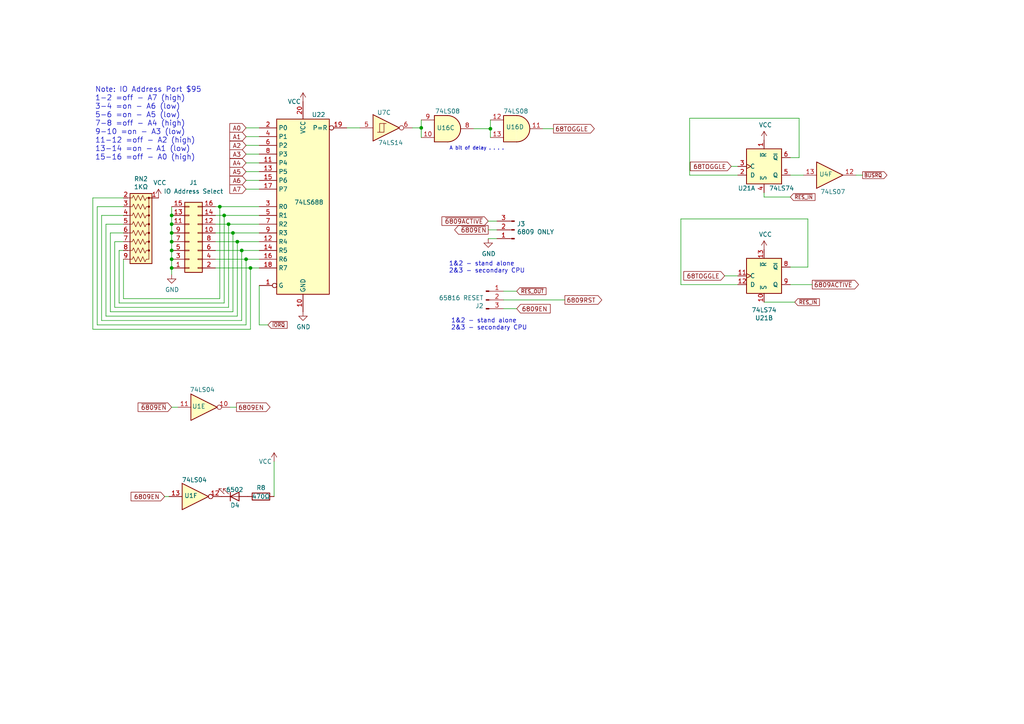
<source format=kicad_sch>
(kicad_sch (version 20211123) (generator eeschema)

  (uuid b09505b7-6490-48dc-8db5-36aab972f3f2)

  (paper "A4")

  (title_block
    (title "Duodyne 6809 CPU board")
    (date "2023-12-29")
    (rev "V1.00")
  )

  (lib_symbols
    (symbol "74xx:74LS04" (in_bom yes) (on_board yes)
      (property "Reference" "U" (id 0) (at 0 1.27 0)
        (effects (font (size 1.27 1.27)))
      )
      (property "Value" "74LS04" (id 1) (at 0 -1.27 0)
        (effects (font (size 1.27 1.27)))
      )
      (property "Footprint" "" (id 2) (at 0 0 0)
        (effects (font (size 1.27 1.27)) hide)
      )
      (property "Datasheet" "http://www.ti.com/lit/gpn/sn74LS04" (id 3) (at 0 0 0)
        (effects (font (size 1.27 1.27)) hide)
      )
      (property "ki_locked" "" (id 4) (at 0 0 0)
        (effects (font (size 1.27 1.27)))
      )
      (property "ki_keywords" "TTL not inv" (id 5) (at 0 0 0)
        (effects (font (size 1.27 1.27)) hide)
      )
      (property "ki_description" "Hex Inverter" (id 6) (at 0 0 0)
        (effects (font (size 1.27 1.27)) hide)
      )
      (property "ki_fp_filters" "DIP*W7.62mm* SSOP?14* TSSOP?14*" (id 7) (at 0 0 0)
        (effects (font (size 1.27 1.27)) hide)
      )
      (symbol "74LS04_1_0"
        (polyline
          (pts
            (xy -3.81 3.81)
            (xy -3.81 -3.81)
            (xy 3.81 0)
            (xy -3.81 3.81)
          )
          (stroke (width 0.254) (type default) (color 0 0 0 0))
          (fill (type background))
        )
        (pin input line (at -7.62 0 0) (length 3.81)
          (name "~" (effects (font (size 1.27 1.27))))
          (number "1" (effects (font (size 1.27 1.27))))
        )
        (pin output inverted (at 7.62 0 180) (length 3.81)
          (name "~" (effects (font (size 1.27 1.27))))
          (number "2" (effects (font (size 1.27 1.27))))
        )
      )
      (symbol "74LS04_2_0"
        (polyline
          (pts
            (xy -3.81 3.81)
            (xy -3.81 -3.81)
            (xy 3.81 0)
            (xy -3.81 3.81)
          )
          (stroke (width 0.254) (type default) (color 0 0 0 0))
          (fill (type background))
        )
        (pin input line (at -7.62 0 0) (length 3.81)
          (name "~" (effects (font (size 1.27 1.27))))
          (number "3" (effects (font (size 1.27 1.27))))
        )
        (pin output inverted (at 7.62 0 180) (length 3.81)
          (name "~" (effects (font (size 1.27 1.27))))
          (number "4" (effects (font (size 1.27 1.27))))
        )
      )
      (symbol "74LS04_3_0"
        (polyline
          (pts
            (xy -3.81 3.81)
            (xy -3.81 -3.81)
            (xy 3.81 0)
            (xy -3.81 3.81)
          )
          (stroke (width 0.254) (type default) (color 0 0 0 0))
          (fill (type background))
        )
        (pin input line (at -7.62 0 0) (length 3.81)
          (name "~" (effects (font (size 1.27 1.27))))
          (number "5" (effects (font (size 1.27 1.27))))
        )
        (pin output inverted (at 7.62 0 180) (length 3.81)
          (name "~" (effects (font (size 1.27 1.27))))
          (number "6" (effects (font (size 1.27 1.27))))
        )
      )
      (symbol "74LS04_4_0"
        (polyline
          (pts
            (xy -3.81 3.81)
            (xy -3.81 -3.81)
            (xy 3.81 0)
            (xy -3.81 3.81)
          )
          (stroke (width 0.254) (type default) (color 0 0 0 0))
          (fill (type background))
        )
        (pin output inverted (at 7.62 0 180) (length 3.81)
          (name "~" (effects (font (size 1.27 1.27))))
          (number "8" (effects (font (size 1.27 1.27))))
        )
        (pin input line (at -7.62 0 0) (length 3.81)
          (name "~" (effects (font (size 1.27 1.27))))
          (number "9" (effects (font (size 1.27 1.27))))
        )
      )
      (symbol "74LS04_5_0"
        (polyline
          (pts
            (xy -3.81 3.81)
            (xy -3.81 -3.81)
            (xy 3.81 0)
            (xy -3.81 3.81)
          )
          (stroke (width 0.254) (type default) (color 0 0 0 0))
          (fill (type background))
        )
        (pin output inverted (at 7.62 0 180) (length 3.81)
          (name "~" (effects (font (size 1.27 1.27))))
          (number "10" (effects (font (size 1.27 1.27))))
        )
        (pin input line (at -7.62 0 0) (length 3.81)
          (name "~" (effects (font (size 1.27 1.27))))
          (number "11" (effects (font (size 1.27 1.27))))
        )
      )
      (symbol "74LS04_6_0"
        (polyline
          (pts
            (xy -3.81 3.81)
            (xy -3.81 -3.81)
            (xy 3.81 0)
            (xy -3.81 3.81)
          )
          (stroke (width 0.254) (type default) (color 0 0 0 0))
          (fill (type background))
        )
        (pin output inverted (at 7.62 0 180) (length 3.81)
          (name "~" (effects (font (size 1.27 1.27))))
          (number "12" (effects (font (size 1.27 1.27))))
        )
        (pin input line (at -7.62 0 0) (length 3.81)
          (name "~" (effects (font (size 1.27 1.27))))
          (number "13" (effects (font (size 1.27 1.27))))
        )
      )
      (symbol "74LS04_7_0"
        (pin power_in line (at 0 12.7 270) (length 5.08)
          (name "VCC" (effects (font (size 1.27 1.27))))
          (number "14" (effects (font (size 1.27 1.27))))
        )
        (pin power_in line (at 0 -12.7 90) (length 5.08)
          (name "GND" (effects (font (size 1.27 1.27))))
          (number "7" (effects (font (size 1.27 1.27))))
        )
      )
      (symbol "74LS04_7_1"
        (rectangle (start -5.08 7.62) (end 5.08 -7.62)
          (stroke (width 0.254) (type default) (color 0 0 0 0))
          (fill (type background))
        )
      )
    )
    (symbol "74xx:74LS07" (pin_names (offset 1.016)) (in_bom yes) (on_board yes)
      (property "Reference" "U" (id 0) (at 0 1.27 0)
        (effects (font (size 1.27 1.27)))
      )
      (property "Value" "74LS07" (id 1) (at 0 -1.27 0)
        (effects (font (size 1.27 1.27)))
      )
      (property "Footprint" "" (id 2) (at 0 0 0)
        (effects (font (size 1.27 1.27)) hide)
      )
      (property "Datasheet" "www.ti.com/lit/ds/symlink/sn74ls07.pdf" (id 3) (at 0 0 0)
        (effects (font (size 1.27 1.27)) hide)
      )
      (property "ki_locked" "" (id 4) (at 0 0 0)
        (effects (font (size 1.27 1.27)))
      )
      (property "ki_keywords" "TTL hex buffer OpenCol" (id 5) (at 0 0 0)
        (effects (font (size 1.27 1.27)) hide)
      )
      (property "ki_description" "Hex Buffers and Drivers With Open Collector High Voltage Outputs" (id 6) (at 0 0 0)
        (effects (font (size 1.27 1.27)) hide)
      )
      (property "ki_fp_filters" "SOIC*3.9x8.7mm*P1.27mm* TSSOP*4.4x5mm*P0.65mm* DIP*W7.62mm*" (id 7) (at 0 0 0)
        (effects (font (size 1.27 1.27)) hide)
      )
      (symbol "74LS07_1_0"
        (polyline
          (pts
            (xy -3.81 3.81)
            (xy -3.81 -3.81)
            (xy 3.81 0)
            (xy -3.81 3.81)
          )
          (stroke (width 0.254) (type default) (color 0 0 0 0))
          (fill (type background))
        )
        (pin input line (at -7.62 0 0) (length 3.81)
          (name "~" (effects (font (size 1.27 1.27))))
          (number "1" (effects (font (size 1.27 1.27))))
        )
        (pin open_collector line (at 7.62 0 180) (length 3.81)
          (name "~" (effects (font (size 1.27 1.27))))
          (number "2" (effects (font (size 1.27 1.27))))
        )
      )
      (symbol "74LS07_2_0"
        (polyline
          (pts
            (xy -3.81 3.81)
            (xy -3.81 -3.81)
            (xy 3.81 0)
            (xy -3.81 3.81)
          )
          (stroke (width 0.254) (type default) (color 0 0 0 0))
          (fill (type background))
        )
        (pin input line (at -7.62 0 0) (length 3.81)
          (name "~" (effects (font (size 1.27 1.27))))
          (number "3" (effects (font (size 1.27 1.27))))
        )
        (pin open_collector line (at 7.62 0 180) (length 3.81)
          (name "~" (effects (font (size 1.27 1.27))))
          (number "4" (effects (font (size 1.27 1.27))))
        )
      )
      (symbol "74LS07_3_0"
        (polyline
          (pts
            (xy -3.81 3.81)
            (xy -3.81 -3.81)
            (xy 3.81 0)
            (xy -3.81 3.81)
          )
          (stroke (width 0.254) (type default) (color 0 0 0 0))
          (fill (type background))
        )
        (pin input line (at -7.62 0 0) (length 3.81)
          (name "~" (effects (font (size 1.27 1.27))))
          (number "5" (effects (font (size 1.27 1.27))))
        )
        (pin open_collector line (at 7.62 0 180) (length 3.81)
          (name "~" (effects (font (size 1.27 1.27))))
          (number "6" (effects (font (size 1.27 1.27))))
        )
      )
      (symbol "74LS07_4_0"
        (polyline
          (pts
            (xy -3.81 3.81)
            (xy -3.81 -3.81)
            (xy 3.81 0)
            (xy -3.81 3.81)
          )
          (stroke (width 0.254) (type default) (color 0 0 0 0))
          (fill (type background))
        )
        (pin open_collector line (at 7.62 0 180) (length 3.81)
          (name "~" (effects (font (size 1.27 1.27))))
          (number "8" (effects (font (size 1.27 1.27))))
        )
        (pin input line (at -7.62 0 0) (length 3.81)
          (name "~" (effects (font (size 1.27 1.27))))
          (number "9" (effects (font (size 1.27 1.27))))
        )
      )
      (symbol "74LS07_5_0"
        (polyline
          (pts
            (xy -3.81 3.81)
            (xy -3.81 -3.81)
            (xy 3.81 0)
            (xy -3.81 3.81)
          )
          (stroke (width 0.254) (type default) (color 0 0 0 0))
          (fill (type background))
        )
        (pin open_collector line (at 7.62 0 180) (length 3.81)
          (name "~" (effects (font (size 1.27 1.27))))
          (number "10" (effects (font (size 1.27 1.27))))
        )
        (pin input line (at -7.62 0 0) (length 3.81)
          (name "~" (effects (font (size 1.27 1.27))))
          (number "11" (effects (font (size 1.27 1.27))))
        )
      )
      (symbol "74LS07_6_0"
        (polyline
          (pts
            (xy -3.81 3.81)
            (xy -3.81 -3.81)
            (xy 3.81 0)
            (xy -3.81 3.81)
          )
          (stroke (width 0.254) (type default) (color 0 0 0 0))
          (fill (type background))
        )
        (pin open_collector line (at 7.62 0 180) (length 3.81)
          (name "~" (effects (font (size 1.27 1.27))))
          (number "12" (effects (font (size 1.27 1.27))))
        )
        (pin input line (at -7.62 0 0) (length 3.81)
          (name "~" (effects (font (size 1.27 1.27))))
          (number "13" (effects (font (size 1.27 1.27))))
        )
      )
      (symbol "74LS07_7_0"
        (pin power_in line (at 0 12.7 270) (length 5.08)
          (name "VCC" (effects (font (size 1.27 1.27))))
          (number "14" (effects (font (size 1.27 1.27))))
        )
        (pin power_in line (at 0 -12.7 90) (length 5.08)
          (name "GND" (effects (font (size 1.27 1.27))))
          (number "7" (effects (font (size 1.27 1.27))))
        )
      )
      (symbol "74LS07_7_1"
        (rectangle (start -5.08 7.62) (end 5.08 -7.62)
          (stroke (width 0.254) (type default) (color 0 0 0 0))
          (fill (type background))
        )
      )
    )
    (symbol "74xx:74LS08" (pin_names (offset 1.016)) (in_bom yes) (on_board yes)
      (property "Reference" "U" (id 0) (at 0 1.27 0)
        (effects (font (size 1.27 1.27)))
      )
      (property "Value" "74LS08" (id 1) (at 0 -1.27 0)
        (effects (font (size 1.27 1.27)))
      )
      (property "Footprint" "" (id 2) (at 0 0 0)
        (effects (font (size 1.27 1.27)) hide)
      )
      (property "Datasheet" "http://www.ti.com/lit/gpn/sn74LS08" (id 3) (at 0 0 0)
        (effects (font (size 1.27 1.27)) hide)
      )
      (property "ki_locked" "" (id 4) (at 0 0 0)
        (effects (font (size 1.27 1.27)))
      )
      (property "ki_keywords" "TTL and2" (id 5) (at 0 0 0)
        (effects (font (size 1.27 1.27)) hide)
      )
      (property "ki_description" "Quad And2" (id 6) (at 0 0 0)
        (effects (font (size 1.27 1.27)) hide)
      )
      (property "ki_fp_filters" "DIP*W7.62mm*" (id 7) (at 0 0 0)
        (effects (font (size 1.27 1.27)) hide)
      )
      (symbol "74LS08_1_1"
        (arc (start 0 -3.81) (mid 3.81 0) (end 0 3.81)
          (stroke (width 0.254) (type default) (color 0 0 0 0))
          (fill (type background))
        )
        (polyline
          (pts
            (xy 0 3.81)
            (xy -3.81 3.81)
            (xy -3.81 -3.81)
            (xy 0 -3.81)
          )
          (stroke (width 0.254) (type default) (color 0 0 0 0))
          (fill (type background))
        )
        (pin input line (at -7.62 2.54 0) (length 3.81)
          (name "~" (effects (font (size 1.27 1.27))))
          (number "1" (effects (font (size 1.27 1.27))))
        )
        (pin input line (at -7.62 -2.54 0) (length 3.81)
          (name "~" (effects (font (size 1.27 1.27))))
          (number "2" (effects (font (size 1.27 1.27))))
        )
        (pin output line (at 7.62 0 180) (length 3.81)
          (name "~" (effects (font (size 1.27 1.27))))
          (number "3" (effects (font (size 1.27 1.27))))
        )
      )
      (symbol "74LS08_1_2"
        (arc (start -3.81 -3.81) (mid -2.589 0) (end -3.81 3.81)
          (stroke (width 0.254) (type default) (color 0 0 0 0))
          (fill (type none))
        )
        (arc (start -0.6096 -3.81) (mid 2.1842 -2.5851) (end 3.81 0)
          (stroke (width 0.254) (type default) (color 0 0 0 0))
          (fill (type background))
        )
        (polyline
          (pts
            (xy -3.81 -3.81)
            (xy -0.635 -3.81)
          )
          (stroke (width 0.254) (type default) (color 0 0 0 0))
          (fill (type background))
        )
        (polyline
          (pts
            (xy -3.81 3.81)
            (xy -0.635 3.81)
          )
          (stroke (width 0.254) (type default) (color 0 0 0 0))
          (fill (type background))
        )
        (polyline
          (pts
            (xy -0.635 3.81)
            (xy -3.81 3.81)
            (xy -3.81 3.81)
            (xy -3.556 3.4036)
            (xy -3.0226 2.2606)
            (xy -2.6924 1.0414)
            (xy -2.6162 -0.254)
            (xy -2.7686 -1.4986)
            (xy -3.175 -2.7178)
            (xy -3.81 -3.81)
            (xy -3.81 -3.81)
            (xy -0.635 -3.81)
          )
          (stroke (width -25.4) (type default) (color 0 0 0 0))
          (fill (type background))
        )
        (arc (start 3.81 0) (mid 2.1915 2.5936) (end -0.6096 3.81)
          (stroke (width 0.254) (type default) (color 0 0 0 0))
          (fill (type background))
        )
        (pin input inverted (at -7.62 2.54 0) (length 4.318)
          (name "~" (effects (font (size 1.27 1.27))))
          (number "1" (effects (font (size 1.27 1.27))))
        )
        (pin input inverted (at -7.62 -2.54 0) (length 4.318)
          (name "~" (effects (font (size 1.27 1.27))))
          (number "2" (effects (font (size 1.27 1.27))))
        )
        (pin output inverted (at 7.62 0 180) (length 3.81)
          (name "~" (effects (font (size 1.27 1.27))))
          (number "3" (effects (font (size 1.27 1.27))))
        )
      )
      (symbol "74LS08_2_1"
        (arc (start 0 -3.81) (mid 3.81 0) (end 0 3.81)
          (stroke (width 0.254) (type default) (color 0 0 0 0))
          (fill (type background))
        )
        (polyline
          (pts
            (xy 0 3.81)
            (xy -3.81 3.81)
            (xy -3.81 -3.81)
            (xy 0 -3.81)
          )
          (stroke (width 0.254) (type default) (color 0 0 0 0))
          (fill (type background))
        )
        (pin input line (at -7.62 2.54 0) (length 3.81)
          (name "~" (effects (font (size 1.27 1.27))))
          (number "4" (effects (font (size 1.27 1.27))))
        )
        (pin input line (at -7.62 -2.54 0) (length 3.81)
          (name "~" (effects (font (size 1.27 1.27))))
          (number "5" (effects (font (size 1.27 1.27))))
        )
        (pin output line (at 7.62 0 180) (length 3.81)
          (name "~" (effects (font (size 1.27 1.27))))
          (number "6" (effects (font (size 1.27 1.27))))
        )
      )
      (symbol "74LS08_2_2"
        (arc (start -3.81 -3.81) (mid -2.589 0) (end -3.81 3.81)
          (stroke (width 0.254) (type default) (color 0 0 0 0))
          (fill (type none))
        )
        (arc (start -0.6096 -3.81) (mid 2.1842 -2.5851) (end 3.81 0)
          (stroke (width 0.254) (type default) (color 0 0 0 0))
          (fill (type background))
        )
        (polyline
          (pts
            (xy -3.81 -3.81)
            (xy -0.635 -3.81)
          )
          (stroke (width 0.254) (type default) (color 0 0 0 0))
          (fill (type background))
        )
        (polyline
          (pts
            (xy -3.81 3.81)
            (xy -0.635 3.81)
          )
          (stroke (width 0.254) (type default) (color 0 0 0 0))
          (fill (type background))
        )
        (polyline
          (pts
            (xy -0.635 3.81)
            (xy -3.81 3.81)
            (xy -3.81 3.81)
            (xy -3.556 3.4036)
            (xy -3.0226 2.2606)
            (xy -2.6924 1.0414)
            (xy -2.6162 -0.254)
            (xy -2.7686 -1.4986)
            (xy -3.175 -2.7178)
            (xy -3.81 -3.81)
            (xy -3.81 -3.81)
            (xy -0.635 -3.81)
          )
          (stroke (width -25.4) (type default) (color 0 0 0 0))
          (fill (type background))
        )
        (arc (start 3.81 0) (mid 2.1915 2.5936) (end -0.6096 3.81)
          (stroke (width 0.254) (type default) (color 0 0 0 0))
          (fill (type background))
        )
        (pin input inverted (at -7.62 2.54 0) (length 4.318)
          (name "~" (effects (font (size 1.27 1.27))))
          (number "4" (effects (font (size 1.27 1.27))))
        )
        (pin input inverted (at -7.62 -2.54 0) (length 4.318)
          (name "~" (effects (font (size 1.27 1.27))))
          (number "5" (effects (font (size 1.27 1.27))))
        )
        (pin output inverted (at 7.62 0 180) (length 3.81)
          (name "~" (effects (font (size 1.27 1.27))))
          (number "6" (effects (font (size 1.27 1.27))))
        )
      )
      (symbol "74LS08_3_1"
        (arc (start 0 -3.81) (mid 3.81 0) (end 0 3.81)
          (stroke (width 0.254) (type default) (color 0 0 0 0))
          (fill (type background))
        )
        (polyline
          (pts
            (xy 0 3.81)
            (xy -3.81 3.81)
            (xy -3.81 -3.81)
            (xy 0 -3.81)
          )
          (stroke (width 0.254) (type default) (color 0 0 0 0))
          (fill (type background))
        )
        (pin input line (at -7.62 -2.54 0) (length 3.81)
          (name "~" (effects (font (size 1.27 1.27))))
          (number "10" (effects (font (size 1.27 1.27))))
        )
        (pin output line (at 7.62 0 180) (length 3.81)
          (name "~" (effects (font (size 1.27 1.27))))
          (number "8" (effects (font (size 1.27 1.27))))
        )
        (pin input line (at -7.62 2.54 0) (length 3.81)
          (name "~" (effects (font (size 1.27 1.27))))
          (number "9" (effects (font (size 1.27 1.27))))
        )
      )
      (symbol "74LS08_3_2"
        (arc (start -3.81 -3.81) (mid -2.589 0) (end -3.81 3.81)
          (stroke (width 0.254) (type default) (color 0 0 0 0))
          (fill (type none))
        )
        (arc (start -0.6096 -3.81) (mid 2.1842 -2.5851) (end 3.81 0)
          (stroke (width 0.254) (type default) (color 0 0 0 0))
          (fill (type background))
        )
        (polyline
          (pts
            (xy -3.81 -3.81)
            (xy -0.635 -3.81)
          )
          (stroke (width 0.254) (type default) (color 0 0 0 0))
          (fill (type background))
        )
        (polyline
          (pts
            (xy -3.81 3.81)
            (xy -0.635 3.81)
          )
          (stroke (width 0.254) (type default) (color 0 0 0 0))
          (fill (type background))
        )
        (polyline
          (pts
            (xy -0.635 3.81)
            (xy -3.81 3.81)
            (xy -3.81 3.81)
            (xy -3.556 3.4036)
            (xy -3.0226 2.2606)
            (xy -2.6924 1.0414)
            (xy -2.6162 -0.254)
            (xy -2.7686 -1.4986)
            (xy -3.175 -2.7178)
            (xy -3.81 -3.81)
            (xy -3.81 -3.81)
            (xy -0.635 -3.81)
          )
          (stroke (width -25.4) (type default) (color 0 0 0 0))
          (fill (type background))
        )
        (arc (start 3.81 0) (mid 2.1915 2.5936) (end -0.6096 3.81)
          (stroke (width 0.254) (type default) (color 0 0 0 0))
          (fill (type background))
        )
        (pin input inverted (at -7.62 -2.54 0) (length 4.318)
          (name "~" (effects (font (size 1.27 1.27))))
          (number "10" (effects (font (size 1.27 1.27))))
        )
        (pin output inverted (at 7.62 0 180) (length 3.81)
          (name "~" (effects (font (size 1.27 1.27))))
          (number "8" (effects (font (size 1.27 1.27))))
        )
        (pin input inverted (at -7.62 2.54 0) (length 4.318)
          (name "~" (effects (font (size 1.27 1.27))))
          (number "9" (effects (font (size 1.27 1.27))))
        )
      )
      (symbol "74LS08_4_1"
        (arc (start 0 -3.81) (mid 3.81 0) (end 0 3.81)
          (stroke (width 0.254) (type default) (color 0 0 0 0))
          (fill (type background))
        )
        (polyline
          (pts
            (xy 0 3.81)
            (xy -3.81 3.81)
            (xy -3.81 -3.81)
            (xy 0 -3.81)
          )
          (stroke (width 0.254) (type default) (color 0 0 0 0))
          (fill (type background))
        )
        (pin output line (at 7.62 0 180) (length 3.81)
          (name "~" (effects (font (size 1.27 1.27))))
          (number "11" (effects (font (size 1.27 1.27))))
        )
        (pin input line (at -7.62 2.54 0) (length 3.81)
          (name "~" (effects (font (size 1.27 1.27))))
          (number "12" (effects (font (size 1.27 1.27))))
        )
        (pin input line (at -7.62 -2.54 0) (length 3.81)
          (name "~" (effects (font (size 1.27 1.27))))
          (number "13" (effects (font (size 1.27 1.27))))
        )
      )
      (symbol "74LS08_4_2"
        (arc (start -3.81 -3.81) (mid -2.589 0) (end -3.81 3.81)
          (stroke (width 0.254) (type default) (color 0 0 0 0))
          (fill (type none))
        )
        (arc (start -0.6096 -3.81) (mid 2.1842 -2.5851) (end 3.81 0)
          (stroke (width 0.254) (type default) (color 0 0 0 0))
          (fill (type background))
        )
        (polyline
          (pts
            (xy -3.81 -3.81)
            (xy -0.635 -3.81)
          )
          (stroke (width 0.254) (type default) (color 0 0 0 0))
          (fill (type background))
        )
        (polyline
          (pts
            (xy -3.81 3.81)
            (xy -0.635 3.81)
          )
          (stroke (width 0.254) (type default) (color 0 0 0 0))
          (fill (type background))
        )
        (polyline
          (pts
            (xy -0.635 3.81)
            (xy -3.81 3.81)
            (xy -3.81 3.81)
            (xy -3.556 3.4036)
            (xy -3.0226 2.2606)
            (xy -2.6924 1.0414)
            (xy -2.6162 -0.254)
            (xy -2.7686 -1.4986)
            (xy -3.175 -2.7178)
            (xy -3.81 -3.81)
            (xy -3.81 -3.81)
            (xy -0.635 -3.81)
          )
          (stroke (width -25.4) (type default) (color 0 0 0 0))
          (fill (type background))
        )
        (arc (start 3.81 0) (mid 2.1915 2.5936) (end -0.6096 3.81)
          (stroke (width 0.254) (type default) (color 0 0 0 0))
          (fill (type background))
        )
        (pin output inverted (at 7.62 0 180) (length 3.81)
          (name "~" (effects (font (size 1.27 1.27))))
          (number "11" (effects (font (size 1.27 1.27))))
        )
        (pin input inverted (at -7.62 2.54 0) (length 4.318)
          (name "~" (effects (font (size 1.27 1.27))))
          (number "12" (effects (font (size 1.27 1.27))))
        )
        (pin input inverted (at -7.62 -2.54 0) (length 4.318)
          (name "~" (effects (font (size 1.27 1.27))))
          (number "13" (effects (font (size 1.27 1.27))))
        )
      )
      (symbol "74LS08_5_0"
        (pin power_in line (at 0 12.7 270) (length 5.08)
          (name "VCC" (effects (font (size 1.27 1.27))))
          (number "14" (effects (font (size 1.27 1.27))))
        )
        (pin power_in line (at 0 -12.7 90) (length 5.08)
          (name "GND" (effects (font (size 1.27 1.27))))
          (number "7" (effects (font (size 1.27 1.27))))
        )
      )
      (symbol "74LS08_5_1"
        (rectangle (start -5.08 7.62) (end 5.08 -7.62)
          (stroke (width 0.254) (type default) (color 0 0 0 0))
          (fill (type background))
        )
      )
    )
    (symbol "74xx:74LS14" (pin_names (offset 1.016)) (in_bom yes) (on_board yes)
      (property "Reference" "U" (id 0) (at 0 1.27 0)
        (effects (font (size 1.27 1.27)))
      )
      (property "Value" "74LS14" (id 1) (at 0 -1.27 0)
        (effects (font (size 1.27 1.27)))
      )
      (property "Footprint" "" (id 2) (at 0 0 0)
        (effects (font (size 1.27 1.27)) hide)
      )
      (property "Datasheet" "http://www.ti.com/lit/gpn/sn74LS14" (id 3) (at 0 0 0)
        (effects (font (size 1.27 1.27)) hide)
      )
      (property "ki_locked" "" (id 4) (at 0 0 0)
        (effects (font (size 1.27 1.27)))
      )
      (property "ki_keywords" "TTL not inverter" (id 5) (at 0 0 0)
        (effects (font (size 1.27 1.27)) hide)
      )
      (property "ki_description" "Hex inverter schmitt trigger" (id 6) (at 0 0 0)
        (effects (font (size 1.27 1.27)) hide)
      )
      (property "ki_fp_filters" "DIP*W7.62mm*" (id 7) (at 0 0 0)
        (effects (font (size 1.27 1.27)) hide)
      )
      (symbol "74LS14_1_0"
        (polyline
          (pts
            (xy -3.81 3.81)
            (xy -3.81 -3.81)
            (xy 3.81 0)
            (xy -3.81 3.81)
          )
          (stroke (width 0.254) (type default) (color 0 0 0 0))
          (fill (type background))
        )
        (pin input line (at -7.62 0 0) (length 3.81)
          (name "~" (effects (font (size 1.27 1.27))))
          (number "1" (effects (font (size 1.27 1.27))))
        )
        (pin output inverted (at 7.62 0 180) (length 3.81)
          (name "~" (effects (font (size 1.27 1.27))))
          (number "2" (effects (font (size 1.27 1.27))))
        )
      )
      (symbol "74LS14_1_1"
        (polyline
          (pts
            (xy -1.905 -1.27)
            (xy -1.905 1.27)
            (xy -0.635 1.27)
          )
          (stroke (width 0) (type default) (color 0 0 0 0))
          (fill (type none))
        )
        (polyline
          (pts
            (xy -2.54 -1.27)
            (xy -0.635 -1.27)
            (xy -0.635 1.27)
            (xy 0 1.27)
          )
          (stroke (width 0) (type default) (color 0 0 0 0))
          (fill (type none))
        )
      )
      (symbol "74LS14_2_0"
        (polyline
          (pts
            (xy -3.81 3.81)
            (xy -3.81 -3.81)
            (xy 3.81 0)
            (xy -3.81 3.81)
          )
          (stroke (width 0.254) (type default) (color 0 0 0 0))
          (fill (type background))
        )
        (pin input line (at -7.62 0 0) (length 3.81)
          (name "~" (effects (font (size 1.27 1.27))))
          (number "3" (effects (font (size 1.27 1.27))))
        )
        (pin output inverted (at 7.62 0 180) (length 3.81)
          (name "~" (effects (font (size 1.27 1.27))))
          (number "4" (effects (font (size 1.27 1.27))))
        )
      )
      (symbol "74LS14_2_1"
        (polyline
          (pts
            (xy -1.905 -1.27)
            (xy -1.905 1.27)
            (xy -0.635 1.27)
          )
          (stroke (width 0) (type default) (color 0 0 0 0))
          (fill (type none))
        )
        (polyline
          (pts
            (xy -2.54 -1.27)
            (xy -0.635 -1.27)
            (xy -0.635 1.27)
            (xy 0 1.27)
          )
          (stroke (width 0) (type default) (color 0 0 0 0))
          (fill (type none))
        )
      )
      (symbol "74LS14_3_0"
        (polyline
          (pts
            (xy -3.81 3.81)
            (xy -3.81 -3.81)
            (xy 3.81 0)
            (xy -3.81 3.81)
          )
          (stroke (width 0.254) (type default) (color 0 0 0 0))
          (fill (type background))
        )
        (pin input line (at -7.62 0 0) (length 3.81)
          (name "~" (effects (font (size 1.27 1.27))))
          (number "5" (effects (font (size 1.27 1.27))))
        )
        (pin output inverted (at 7.62 0 180) (length 3.81)
          (name "~" (effects (font (size 1.27 1.27))))
          (number "6" (effects (font (size 1.27 1.27))))
        )
      )
      (symbol "74LS14_3_1"
        (polyline
          (pts
            (xy -1.905 -1.27)
            (xy -1.905 1.27)
            (xy -0.635 1.27)
          )
          (stroke (width 0) (type default) (color 0 0 0 0))
          (fill (type none))
        )
        (polyline
          (pts
            (xy -2.54 -1.27)
            (xy -0.635 -1.27)
            (xy -0.635 1.27)
            (xy 0 1.27)
          )
          (stroke (width 0) (type default) (color 0 0 0 0))
          (fill (type none))
        )
      )
      (symbol "74LS14_4_0"
        (polyline
          (pts
            (xy -3.81 3.81)
            (xy -3.81 -3.81)
            (xy 3.81 0)
            (xy -3.81 3.81)
          )
          (stroke (width 0.254) (type default) (color 0 0 0 0))
          (fill (type background))
        )
        (pin output inverted (at 7.62 0 180) (length 3.81)
          (name "~" (effects (font (size 1.27 1.27))))
          (number "8" (effects (font (size 1.27 1.27))))
        )
        (pin input line (at -7.62 0 0) (length 3.81)
          (name "~" (effects (font (size 1.27 1.27))))
          (number "9" (effects (font (size 1.27 1.27))))
        )
      )
      (symbol "74LS14_4_1"
        (polyline
          (pts
            (xy -1.905 -1.27)
            (xy -1.905 1.27)
            (xy -0.635 1.27)
          )
          (stroke (width 0) (type default) (color 0 0 0 0))
          (fill (type none))
        )
        (polyline
          (pts
            (xy -2.54 -1.27)
            (xy -0.635 -1.27)
            (xy -0.635 1.27)
            (xy 0 1.27)
          )
          (stroke (width 0) (type default) (color 0 0 0 0))
          (fill (type none))
        )
      )
      (symbol "74LS14_5_0"
        (polyline
          (pts
            (xy -3.81 3.81)
            (xy -3.81 -3.81)
            (xy 3.81 0)
            (xy -3.81 3.81)
          )
          (stroke (width 0.254) (type default) (color 0 0 0 0))
          (fill (type background))
        )
        (pin output inverted (at 7.62 0 180) (length 3.81)
          (name "~" (effects (font (size 1.27 1.27))))
          (number "10" (effects (font (size 1.27 1.27))))
        )
        (pin input line (at -7.62 0 0) (length 3.81)
          (name "~" (effects (font (size 1.27 1.27))))
          (number "11" (effects (font (size 1.27 1.27))))
        )
      )
      (symbol "74LS14_5_1"
        (polyline
          (pts
            (xy -1.905 -1.27)
            (xy -1.905 1.27)
            (xy -0.635 1.27)
          )
          (stroke (width 0) (type default) (color 0 0 0 0))
          (fill (type none))
        )
        (polyline
          (pts
            (xy -2.54 -1.27)
            (xy -0.635 -1.27)
            (xy -0.635 1.27)
            (xy 0 1.27)
          )
          (stroke (width 0) (type default) (color 0 0 0 0))
          (fill (type none))
        )
      )
      (symbol "74LS14_6_0"
        (polyline
          (pts
            (xy -3.81 3.81)
            (xy -3.81 -3.81)
            (xy 3.81 0)
            (xy -3.81 3.81)
          )
          (stroke (width 0.254) (type default) (color 0 0 0 0))
          (fill (type background))
        )
        (pin output inverted (at 7.62 0 180) (length 3.81)
          (name "~" (effects (font (size 1.27 1.27))))
          (number "12" (effects (font (size 1.27 1.27))))
        )
        (pin input line (at -7.62 0 0) (length 3.81)
          (name "~" (effects (font (size 1.27 1.27))))
          (number "13" (effects (font (size 1.27 1.27))))
        )
      )
      (symbol "74LS14_6_1"
        (polyline
          (pts
            (xy -1.905 -1.27)
            (xy -1.905 1.27)
            (xy -0.635 1.27)
          )
          (stroke (width 0) (type default) (color 0 0 0 0))
          (fill (type none))
        )
        (polyline
          (pts
            (xy -2.54 -1.27)
            (xy -0.635 -1.27)
            (xy -0.635 1.27)
            (xy 0 1.27)
          )
          (stroke (width 0) (type default) (color 0 0 0 0))
          (fill (type none))
        )
      )
      (symbol "74LS14_7_0"
        (pin power_in line (at 0 12.7 270) (length 5.08)
          (name "VCC" (effects (font (size 1.27 1.27))))
          (number "14" (effects (font (size 1.27 1.27))))
        )
        (pin power_in line (at 0 -12.7 90) (length 5.08)
          (name "GND" (effects (font (size 1.27 1.27))))
          (number "7" (effects (font (size 1.27 1.27))))
        )
      )
      (symbol "74LS14_7_1"
        (rectangle (start -5.08 7.62) (end 5.08 -7.62)
          (stroke (width 0.254) (type default) (color 0 0 0 0))
          (fill (type background))
        )
      )
    )
    (symbol "74xx:74LS688" (in_bom yes) (on_board yes)
      (property "Reference" "U" (id 0) (at -7.62 26.67 0)
        (effects (font (size 1.27 1.27)))
      )
      (property "Value" "74LS688" (id 1) (at -7.62 -26.67 0)
        (effects (font (size 1.27 1.27)))
      )
      (property "Footprint" "" (id 2) (at 0 0 0)
        (effects (font (size 1.27 1.27)) hide)
      )
      (property "Datasheet" "http://www.ti.com/lit/gpn/sn74LS688" (id 3) (at 0 0 0)
        (effects (font (size 1.27 1.27)) hide)
      )
      (property "ki_keywords" "TTL DECOD Arith" (id 4) (at 0 0 0)
        (effects (font (size 1.27 1.27)) hide)
      )
      (property "ki_description" "8-bit magnitude comparator" (id 5) (at 0 0 0)
        (effects (font (size 1.27 1.27)) hide)
      )
      (property "ki_fp_filters" "DIP?20* SOIC?20* SO?20* TSSOP?20*" (id 6) (at 0 0 0)
        (effects (font (size 1.27 1.27)) hide)
      )
      (symbol "74LS688_1_0"
        (pin input inverted (at -12.7 -22.86 0) (length 5.08)
          (name "G" (effects (font (size 1.27 1.27))))
          (number "1" (effects (font (size 1.27 1.27))))
        )
        (pin power_in line (at 0 -30.48 90) (length 5.08)
          (name "GND" (effects (font (size 1.27 1.27))))
          (number "10" (effects (font (size 1.27 1.27))))
        )
        (pin input line (at -12.7 12.7 0) (length 5.08)
          (name "P4" (effects (font (size 1.27 1.27))))
          (number "11" (effects (font (size 1.27 1.27))))
        )
        (pin input line (at -12.7 -10.16 0) (length 5.08)
          (name "R4" (effects (font (size 1.27 1.27))))
          (number "12" (effects (font (size 1.27 1.27))))
        )
        (pin input line (at -12.7 10.16 0) (length 5.08)
          (name "P5" (effects (font (size 1.27 1.27))))
          (number "13" (effects (font (size 1.27 1.27))))
        )
        (pin input line (at -12.7 -12.7 0) (length 5.08)
          (name "R5" (effects (font (size 1.27 1.27))))
          (number "14" (effects (font (size 1.27 1.27))))
        )
        (pin input line (at -12.7 7.62 0) (length 5.08)
          (name "P6" (effects (font (size 1.27 1.27))))
          (number "15" (effects (font (size 1.27 1.27))))
        )
        (pin input line (at -12.7 -15.24 0) (length 5.08)
          (name "R6" (effects (font (size 1.27 1.27))))
          (number "16" (effects (font (size 1.27 1.27))))
        )
        (pin input line (at -12.7 5.08 0) (length 5.08)
          (name "P7" (effects (font (size 1.27 1.27))))
          (number "17" (effects (font (size 1.27 1.27))))
        )
        (pin input line (at -12.7 -17.78 0) (length 5.08)
          (name "R7" (effects (font (size 1.27 1.27))))
          (number "18" (effects (font (size 1.27 1.27))))
        )
        (pin output inverted (at 12.7 22.86 180) (length 5.08)
          (name "P=R" (effects (font (size 1.27 1.27))))
          (number "19" (effects (font (size 1.27 1.27))))
        )
        (pin input line (at -12.7 22.86 0) (length 5.08)
          (name "P0" (effects (font (size 1.27 1.27))))
          (number "2" (effects (font (size 1.27 1.27))))
        )
        (pin power_in line (at 0 30.48 270) (length 5.08)
          (name "VCC" (effects (font (size 1.27 1.27))))
          (number "20" (effects (font (size 1.27 1.27))))
        )
        (pin input line (at -12.7 0 0) (length 5.08)
          (name "R0" (effects (font (size 1.27 1.27))))
          (number "3" (effects (font (size 1.27 1.27))))
        )
        (pin input line (at -12.7 20.32 0) (length 5.08)
          (name "P1" (effects (font (size 1.27 1.27))))
          (number "4" (effects (font (size 1.27 1.27))))
        )
        (pin input line (at -12.7 -2.54 0) (length 5.08)
          (name "R1" (effects (font (size 1.27 1.27))))
          (number "5" (effects (font (size 1.27 1.27))))
        )
        (pin input line (at -12.7 17.78 0) (length 5.08)
          (name "P2" (effects (font (size 1.27 1.27))))
          (number "6" (effects (font (size 1.27 1.27))))
        )
        (pin input line (at -12.7 -5.08 0) (length 5.08)
          (name "R2" (effects (font (size 1.27 1.27))))
          (number "7" (effects (font (size 1.27 1.27))))
        )
        (pin input line (at -12.7 15.24 0) (length 5.08)
          (name "P3" (effects (font (size 1.27 1.27))))
          (number "8" (effects (font (size 1.27 1.27))))
        )
        (pin input line (at -12.7 -7.62 0) (length 5.08)
          (name "R3" (effects (font (size 1.27 1.27))))
          (number "9" (effects (font (size 1.27 1.27))))
        )
      )
      (symbol "74LS688_1_1"
        (rectangle (start -7.62 25.4) (end 7.62 -25.4)
          (stroke (width 0.254) (type default) (color 0 0 0 0))
          (fill (type background))
        )
      )
    )
    (symbol "74xx:74LS74" (pin_names (offset 1.016)) (in_bom yes) (on_board yes)
      (property "Reference" "U" (id 0) (at -7.62 8.89 0)
        (effects (font (size 1.27 1.27)))
      )
      (property "Value" "74LS74" (id 1) (at -7.62 -8.89 0)
        (effects (font (size 1.27 1.27)))
      )
      (property "Footprint" "" (id 2) (at 0 0 0)
        (effects (font (size 1.27 1.27)) hide)
      )
      (property "Datasheet" "74xx/74hc_hct74.pdf" (id 3) (at 0 0 0)
        (effects (font (size 1.27 1.27)) hide)
      )
      (property "ki_locked" "" (id 4) (at 0 0 0)
        (effects (font (size 1.27 1.27)))
      )
      (property "ki_keywords" "TTL DFF" (id 5) (at 0 0 0)
        (effects (font (size 1.27 1.27)) hide)
      )
      (property "ki_description" "Dual D Flip-flop, Set & Reset" (id 6) (at 0 0 0)
        (effects (font (size 1.27 1.27)) hide)
      )
      (property "ki_fp_filters" "DIP*W7.62mm*" (id 7) (at 0 0 0)
        (effects (font (size 1.27 1.27)) hide)
      )
      (symbol "74LS74_1_0"
        (pin input line (at 0 -7.62 90) (length 2.54)
          (name "~{R}" (effects (font (size 1.27 1.27))))
          (number "1" (effects (font (size 1.27 1.27))))
        )
        (pin input line (at -7.62 2.54 0) (length 2.54)
          (name "D" (effects (font (size 1.27 1.27))))
          (number "2" (effects (font (size 1.27 1.27))))
        )
        (pin input clock (at -7.62 0 0) (length 2.54)
          (name "C" (effects (font (size 1.27 1.27))))
          (number "3" (effects (font (size 1.27 1.27))))
        )
        (pin input line (at 0 7.62 270) (length 2.54)
          (name "~{S}" (effects (font (size 1.27 1.27))))
          (number "4" (effects (font (size 1.27 1.27))))
        )
        (pin output line (at 7.62 2.54 180) (length 2.54)
          (name "Q" (effects (font (size 1.27 1.27))))
          (number "5" (effects (font (size 1.27 1.27))))
        )
        (pin output line (at 7.62 -2.54 180) (length 2.54)
          (name "~{Q}" (effects (font (size 1.27 1.27))))
          (number "6" (effects (font (size 1.27 1.27))))
        )
      )
      (symbol "74LS74_1_1"
        (rectangle (start -5.08 5.08) (end 5.08 -5.08)
          (stroke (width 0.254) (type default) (color 0 0 0 0))
          (fill (type background))
        )
      )
      (symbol "74LS74_2_0"
        (pin input line (at 0 7.62 270) (length 2.54)
          (name "~{S}" (effects (font (size 1.27 1.27))))
          (number "10" (effects (font (size 1.27 1.27))))
        )
        (pin input clock (at -7.62 0 0) (length 2.54)
          (name "C" (effects (font (size 1.27 1.27))))
          (number "11" (effects (font (size 1.27 1.27))))
        )
        (pin input line (at -7.62 2.54 0) (length 2.54)
          (name "D" (effects (font (size 1.27 1.27))))
          (number "12" (effects (font (size 1.27 1.27))))
        )
        (pin input line (at 0 -7.62 90) (length 2.54)
          (name "~{R}" (effects (font (size 1.27 1.27))))
          (number "13" (effects (font (size 1.27 1.27))))
        )
        (pin output line (at 7.62 -2.54 180) (length 2.54)
          (name "~{Q}" (effects (font (size 1.27 1.27))))
          (number "8" (effects (font (size 1.27 1.27))))
        )
        (pin output line (at 7.62 2.54 180) (length 2.54)
          (name "Q" (effects (font (size 1.27 1.27))))
          (number "9" (effects (font (size 1.27 1.27))))
        )
      )
      (symbol "74LS74_2_1"
        (rectangle (start -5.08 5.08) (end 5.08 -5.08)
          (stroke (width 0.254) (type default) (color 0 0 0 0))
          (fill (type background))
        )
      )
      (symbol "74LS74_3_0"
        (pin power_in line (at 0 10.16 270) (length 2.54)
          (name "VCC" (effects (font (size 1.27 1.27))))
          (number "14" (effects (font (size 1.27 1.27))))
        )
        (pin power_in line (at 0 -10.16 90) (length 2.54)
          (name "GND" (effects (font (size 1.27 1.27))))
          (number "7" (effects (font (size 1.27 1.27))))
        )
      )
      (symbol "74LS74_3_1"
        (rectangle (start -5.08 7.62) (end 5.08 -7.62)
          (stroke (width 0.254) (type default) (color 0 0 0 0))
          (fill (type background))
        )
      )
    )
    (symbol "Connector:Conn_01x03_Male" (pin_names (offset 1.016) hide) (in_bom yes) (on_board yes)
      (property "Reference" "J" (id 0) (at 0 5.08 0)
        (effects (font (size 1.27 1.27)))
      )
      (property "Value" "Conn_01x03_Male" (id 1) (at 0 -5.08 0)
        (effects (font (size 1.27 1.27)))
      )
      (property "Footprint" "" (id 2) (at 0 0 0)
        (effects (font (size 1.27 1.27)) hide)
      )
      (property "Datasheet" "~" (id 3) (at 0 0 0)
        (effects (font (size 1.27 1.27)) hide)
      )
      (property "ki_keywords" "connector" (id 4) (at 0 0 0)
        (effects (font (size 1.27 1.27)) hide)
      )
      (property "ki_description" "Generic connector, single row, 01x03, script generated (kicad-library-utils/schlib/autogen/connector/)" (id 5) (at 0 0 0)
        (effects (font (size 1.27 1.27)) hide)
      )
      (property "ki_fp_filters" "Connector*:*_1x??_*" (id 6) (at 0 0 0)
        (effects (font (size 1.27 1.27)) hide)
      )
      (symbol "Conn_01x03_Male_1_1"
        (polyline
          (pts
            (xy 1.27 -2.54)
            (xy 0.8636 -2.54)
          )
          (stroke (width 0.1524) (type default) (color 0 0 0 0))
          (fill (type none))
        )
        (polyline
          (pts
            (xy 1.27 0)
            (xy 0.8636 0)
          )
          (stroke (width 0.1524) (type default) (color 0 0 0 0))
          (fill (type none))
        )
        (polyline
          (pts
            (xy 1.27 2.54)
            (xy 0.8636 2.54)
          )
          (stroke (width 0.1524) (type default) (color 0 0 0 0))
          (fill (type none))
        )
        (rectangle (start 0.8636 -2.413) (end 0 -2.667)
          (stroke (width 0.1524) (type default) (color 0 0 0 0))
          (fill (type outline))
        )
        (rectangle (start 0.8636 0.127) (end 0 -0.127)
          (stroke (width 0.1524) (type default) (color 0 0 0 0))
          (fill (type outline))
        )
        (rectangle (start 0.8636 2.667) (end 0 2.413)
          (stroke (width 0.1524) (type default) (color 0 0 0 0))
          (fill (type outline))
        )
        (pin passive line (at 5.08 2.54 180) (length 3.81)
          (name "Pin_1" (effects (font (size 1.27 1.27))))
          (number "1" (effects (font (size 1.27 1.27))))
        )
        (pin passive line (at 5.08 0 180) (length 3.81)
          (name "Pin_2" (effects (font (size 1.27 1.27))))
          (number "2" (effects (font (size 1.27 1.27))))
        )
        (pin passive line (at 5.08 -2.54 180) (length 3.81)
          (name "Pin_3" (effects (font (size 1.27 1.27))))
          (number "3" (effects (font (size 1.27 1.27))))
        )
      )
    )
    (symbol "Connector_Generic:Conn_02x08_Odd_Even" (pin_names (offset 1.016) hide) (in_bom yes) (on_board yes)
      (property "Reference" "J" (id 0) (at 1.27 10.16 0)
        (effects (font (size 1.27 1.27)))
      )
      (property "Value" "Conn_02x08_Odd_Even" (id 1) (at 1.27 -12.7 0)
        (effects (font (size 1.27 1.27)))
      )
      (property "Footprint" "" (id 2) (at 0 0 0)
        (effects (font (size 1.27 1.27)) hide)
      )
      (property "Datasheet" "~" (id 3) (at 0 0 0)
        (effects (font (size 1.27 1.27)) hide)
      )
      (property "ki_keywords" "connector" (id 4) (at 0 0 0)
        (effects (font (size 1.27 1.27)) hide)
      )
      (property "ki_description" "Generic connector, double row, 02x08, odd/even pin numbering scheme (row 1 odd numbers, row 2 even numbers), script generated (kicad-library-utils/schlib/autogen/connector/)" (id 5) (at 0 0 0)
        (effects (font (size 1.27 1.27)) hide)
      )
      (property "ki_fp_filters" "Connector*:*_2x??_*" (id 6) (at 0 0 0)
        (effects (font (size 1.27 1.27)) hide)
      )
      (symbol "Conn_02x08_Odd_Even_1_1"
        (rectangle (start -1.27 -10.033) (end 0 -10.287)
          (stroke (width 0.1524) (type default) (color 0 0 0 0))
          (fill (type none))
        )
        (rectangle (start -1.27 -7.493) (end 0 -7.747)
          (stroke (width 0.1524) (type default) (color 0 0 0 0))
          (fill (type none))
        )
        (rectangle (start -1.27 -4.953) (end 0 -5.207)
          (stroke (width 0.1524) (type default) (color 0 0 0 0))
          (fill (type none))
        )
        (rectangle (start -1.27 -2.413) (end 0 -2.667)
          (stroke (width 0.1524) (type default) (color 0 0 0 0))
          (fill (type none))
        )
        (rectangle (start -1.27 0.127) (end 0 -0.127)
          (stroke (width 0.1524) (type default) (color 0 0 0 0))
          (fill (type none))
        )
        (rectangle (start -1.27 2.667) (end 0 2.413)
          (stroke (width 0.1524) (type default) (color 0 0 0 0))
          (fill (type none))
        )
        (rectangle (start -1.27 5.207) (end 0 4.953)
          (stroke (width 0.1524) (type default) (color 0 0 0 0))
          (fill (type none))
        )
        (rectangle (start -1.27 7.747) (end 0 7.493)
          (stroke (width 0.1524) (type default) (color 0 0 0 0))
          (fill (type none))
        )
        (rectangle (start -1.27 8.89) (end 3.81 -11.43)
          (stroke (width 0.254) (type default) (color 0 0 0 0))
          (fill (type background))
        )
        (rectangle (start 3.81 -10.033) (end 2.54 -10.287)
          (stroke (width 0.1524) (type default) (color 0 0 0 0))
          (fill (type none))
        )
        (rectangle (start 3.81 -7.493) (end 2.54 -7.747)
          (stroke (width 0.1524) (type default) (color 0 0 0 0))
          (fill (type none))
        )
        (rectangle (start 3.81 -4.953) (end 2.54 -5.207)
          (stroke (width 0.1524) (type default) (color 0 0 0 0))
          (fill (type none))
        )
        (rectangle (start 3.81 -2.413) (end 2.54 -2.667)
          (stroke (width 0.1524) (type default) (color 0 0 0 0))
          (fill (type none))
        )
        (rectangle (start 3.81 0.127) (end 2.54 -0.127)
          (stroke (width 0.1524) (type default) (color 0 0 0 0))
          (fill (type none))
        )
        (rectangle (start 3.81 2.667) (end 2.54 2.413)
          (stroke (width 0.1524) (type default) (color 0 0 0 0))
          (fill (type none))
        )
        (rectangle (start 3.81 5.207) (end 2.54 4.953)
          (stroke (width 0.1524) (type default) (color 0 0 0 0))
          (fill (type none))
        )
        (rectangle (start 3.81 7.747) (end 2.54 7.493)
          (stroke (width 0.1524) (type default) (color 0 0 0 0))
          (fill (type none))
        )
        (pin passive line (at -5.08 7.62 0) (length 3.81)
          (name "Pin_1" (effects (font (size 1.27 1.27))))
          (number "1" (effects (font (size 1.27 1.27))))
        )
        (pin passive line (at 7.62 -2.54 180) (length 3.81)
          (name "Pin_10" (effects (font (size 1.27 1.27))))
          (number "10" (effects (font (size 1.27 1.27))))
        )
        (pin passive line (at -5.08 -5.08 0) (length 3.81)
          (name "Pin_11" (effects (font (size 1.27 1.27))))
          (number "11" (effects (font (size 1.27 1.27))))
        )
        (pin passive line (at 7.62 -5.08 180) (length 3.81)
          (name "Pin_12" (effects (font (size 1.27 1.27))))
          (number "12" (effects (font (size 1.27 1.27))))
        )
        (pin passive line (at -5.08 -7.62 0) (length 3.81)
          (name "Pin_13" (effects (font (size 1.27 1.27))))
          (number "13" (effects (font (size 1.27 1.27))))
        )
        (pin passive line (at 7.62 -7.62 180) (length 3.81)
          (name "Pin_14" (effects (font (size 1.27 1.27))))
          (number "14" (effects (font (size 1.27 1.27))))
        )
        (pin passive line (at -5.08 -10.16 0) (length 3.81)
          (name "Pin_15" (effects (font (size 1.27 1.27))))
          (number "15" (effects (font (size 1.27 1.27))))
        )
        (pin passive line (at 7.62 -10.16 180) (length 3.81)
          (name "Pin_16" (effects (font (size 1.27 1.27))))
          (number "16" (effects (font (size 1.27 1.27))))
        )
        (pin passive line (at 7.62 7.62 180) (length 3.81)
          (name "Pin_2" (effects (font (size 1.27 1.27))))
          (number "2" (effects (font (size 1.27 1.27))))
        )
        (pin passive line (at -5.08 5.08 0) (length 3.81)
          (name "Pin_3" (effects (font (size 1.27 1.27))))
          (number "3" (effects (font (size 1.27 1.27))))
        )
        (pin passive line (at 7.62 5.08 180) (length 3.81)
          (name "Pin_4" (effects (font (size 1.27 1.27))))
          (number "4" (effects (font (size 1.27 1.27))))
        )
        (pin passive line (at -5.08 2.54 0) (length 3.81)
          (name "Pin_5" (effects (font (size 1.27 1.27))))
          (number "5" (effects (font (size 1.27 1.27))))
        )
        (pin passive line (at 7.62 2.54 180) (length 3.81)
          (name "Pin_6" (effects (font (size 1.27 1.27))))
          (number "6" (effects (font (size 1.27 1.27))))
        )
        (pin passive line (at -5.08 0 0) (length 3.81)
          (name "Pin_7" (effects (font (size 1.27 1.27))))
          (number "7" (effects (font (size 1.27 1.27))))
        )
        (pin passive line (at 7.62 0 180) (length 3.81)
          (name "Pin_8" (effects (font (size 1.27 1.27))))
          (number "8" (effects (font (size 1.27 1.27))))
        )
        (pin passive line (at -5.08 -2.54 0) (length 3.81)
          (name "Pin_9" (effects (font (size 1.27 1.27))))
          (number "9" (effects (font (size 1.27 1.27))))
        )
      )
    )
    (symbol "Device:LED" (pin_numbers hide) (pin_names (offset 1.016) hide) (in_bom yes) (on_board yes)
      (property "Reference" "D" (id 0) (at 0 2.54 0)
        (effects (font (size 1.27 1.27)))
      )
      (property "Value" "LED" (id 1) (at 0 -2.54 0)
        (effects (font (size 1.27 1.27)))
      )
      (property "Footprint" "" (id 2) (at 0 0 0)
        (effects (font (size 1.27 1.27)) hide)
      )
      (property "Datasheet" "~" (id 3) (at 0 0 0)
        (effects (font (size 1.27 1.27)) hide)
      )
      (property "ki_keywords" "LED diode" (id 4) (at 0 0 0)
        (effects (font (size 1.27 1.27)) hide)
      )
      (property "ki_description" "Light emitting diode" (id 5) (at 0 0 0)
        (effects (font (size 1.27 1.27)) hide)
      )
      (property "ki_fp_filters" "LED* LED_SMD:* LED_THT:*" (id 6) (at 0 0 0)
        (effects (font (size 1.27 1.27)) hide)
      )
      (symbol "LED_0_1"
        (polyline
          (pts
            (xy -1.27 -1.27)
            (xy -1.27 1.27)
          )
          (stroke (width 0.254) (type default) (color 0 0 0 0))
          (fill (type none))
        )
        (polyline
          (pts
            (xy -1.27 0)
            (xy 1.27 0)
          )
          (stroke (width 0) (type default) (color 0 0 0 0))
          (fill (type none))
        )
        (polyline
          (pts
            (xy 1.27 -1.27)
            (xy 1.27 1.27)
            (xy -1.27 0)
            (xy 1.27 -1.27)
          )
          (stroke (width 0.254) (type default) (color 0 0 0 0))
          (fill (type none))
        )
        (polyline
          (pts
            (xy -3.048 -0.762)
            (xy -4.572 -2.286)
            (xy -3.81 -2.286)
            (xy -4.572 -2.286)
            (xy -4.572 -1.524)
          )
          (stroke (width 0) (type default) (color 0 0 0 0))
          (fill (type none))
        )
        (polyline
          (pts
            (xy -1.778 -0.762)
            (xy -3.302 -2.286)
            (xy -2.54 -2.286)
            (xy -3.302 -2.286)
            (xy -3.302 -1.524)
          )
          (stroke (width 0) (type default) (color 0 0 0 0))
          (fill (type none))
        )
      )
      (symbol "LED_1_1"
        (pin passive line (at -3.81 0 0) (length 2.54)
          (name "K" (effects (font (size 1.27 1.27))))
          (number "1" (effects (font (size 1.27 1.27))))
        )
        (pin passive line (at 3.81 0 180) (length 2.54)
          (name "A" (effects (font (size 1.27 1.27))))
          (number "2" (effects (font (size 1.27 1.27))))
        )
      )
    )
    (symbol "Device:R" (pin_numbers hide) (pin_names (offset 0)) (in_bom yes) (on_board yes)
      (property "Reference" "R" (id 0) (at 2.032 0 90)
        (effects (font (size 1.27 1.27)))
      )
      (property "Value" "R" (id 1) (at 0 0 90)
        (effects (font (size 1.27 1.27)))
      )
      (property "Footprint" "" (id 2) (at -1.778 0 90)
        (effects (font (size 1.27 1.27)) hide)
      )
      (property "Datasheet" "~" (id 3) (at 0 0 0)
        (effects (font (size 1.27 1.27)) hide)
      )
      (property "ki_keywords" "R res resistor" (id 4) (at 0 0 0)
        (effects (font (size 1.27 1.27)) hide)
      )
      (property "ki_description" "Resistor" (id 5) (at 0 0 0)
        (effects (font (size 1.27 1.27)) hide)
      )
      (property "ki_fp_filters" "R_*" (id 6) (at 0 0 0)
        (effects (font (size 1.27 1.27)) hide)
      )
      (symbol "R_0_1"
        (rectangle (start -1.016 -2.54) (end 1.016 2.54)
          (stroke (width 0.254) (type default) (color 0 0 0 0))
          (fill (type none))
        )
      )
      (symbol "R_1_1"
        (pin passive line (at 0 3.81 270) (length 1.27)
          (name "~" (effects (font (size 1.27 1.27))))
          (number "1" (effects (font (size 1.27 1.27))))
        )
        (pin passive line (at 0 -3.81 90) (length 1.27)
          (name "~" (effects (font (size 1.27 1.27))))
          (number "2" (effects (font (size 1.27 1.27))))
        )
      )
    )
    (symbol "Device:R_Network08_US" (pin_names (offset 0) hide) (in_bom yes) (on_board yes)
      (property "Reference" "RN" (id 0) (at -12.7 0 90)
        (effects (font (size 1.27 1.27)))
      )
      (property "Value" "R_Network08_US" (id 1) (at 10.16 0 90)
        (effects (font (size 1.27 1.27)))
      )
      (property "Footprint" "Resistor_THT:R_Array_SIP9" (id 2) (at 12.065 0 90)
        (effects (font (size 1.27 1.27)) hide)
      )
      (property "Datasheet" "http://www.vishay.com/docs/31509/csc.pdf" (id 3) (at 0 0 0)
        (effects (font (size 1.27 1.27)) hide)
      )
      (property "ki_keywords" "R network star-topology" (id 4) (at 0 0 0)
        (effects (font (size 1.27 1.27)) hide)
      )
      (property "ki_description" "8 resistor network, star topology, bussed resistors, small US symbol" (id 5) (at 0 0 0)
        (effects (font (size 1.27 1.27)) hide)
      )
      (property "ki_fp_filters" "R?Array?SIP*" (id 6) (at 0 0 0)
        (effects (font (size 1.27 1.27)) hide)
      )
      (symbol "R_Network08_US_0_1"
        (rectangle (start -11.43 -3.175) (end 8.89 3.175)
          (stroke (width 0.254) (type default) (color 0 0 0 0))
          (fill (type background))
        )
        (circle (center -10.16 2.286) (radius 0.254)
          (stroke (width 0) (type default) (color 0 0 0 0))
          (fill (type outline))
        )
        (circle (center -7.62 2.286) (radius 0.254)
          (stroke (width 0) (type default) (color 0 0 0 0))
          (fill (type outline))
        )
        (circle (center -5.08 2.286) (radius 0.254)
          (stroke (width 0) (type default) (color 0 0 0 0))
          (fill (type outline))
        )
        (circle (center -2.54 2.286) (radius 0.254)
          (stroke (width 0) (type default) (color 0 0 0 0))
          (fill (type outline))
        )
        (polyline
          (pts
            (xy -10.16 2.286)
            (xy 7.62 2.286)
          )
          (stroke (width 0) (type default) (color 0 0 0 0))
          (fill (type none))
        )
        (polyline
          (pts
            (xy -10.16 2.286)
            (xy -10.16 1.524)
            (xy -9.398 1.1684)
            (xy -10.922 0.508)
            (xy -9.398 -0.1524)
            (xy -10.922 -0.8382)
            (xy -9.398 -1.524)
            (xy -10.922 -2.1844)
            (xy -10.16 -2.54)
            (xy -10.16 -3.81)
          )
          (stroke (width 0) (type default) (color 0 0 0 0))
          (fill (type none))
        )
        (polyline
          (pts
            (xy -7.62 2.286)
            (xy -7.62 1.524)
            (xy -6.858 1.1684)
            (xy -8.382 0.508)
            (xy -6.858 -0.1524)
            (xy -8.382 -0.8382)
            (xy -6.858 -1.524)
            (xy -8.382 -2.1844)
            (xy -7.62 -2.54)
            (xy -7.62 -3.81)
          )
          (stroke (width 0) (type default) (color 0 0 0 0))
          (fill (type none))
        )
        (polyline
          (pts
            (xy -5.08 2.286)
            (xy -5.08 1.524)
            (xy -4.318 1.1684)
            (xy -5.842 0.508)
            (xy -4.318 -0.1524)
            (xy -5.842 -0.8382)
            (xy -4.318 -1.524)
            (xy -5.842 -2.1844)
            (xy -5.08 -2.54)
            (xy -5.08 -3.81)
          )
          (stroke (width 0) (type default) (color 0 0 0 0))
          (fill (type none))
        )
        (polyline
          (pts
            (xy -2.54 2.286)
            (xy -2.54 1.524)
            (xy -1.778 1.1684)
            (xy -3.302 0.508)
            (xy -1.778 -0.1524)
            (xy -3.302 -0.8382)
            (xy -1.778 -1.524)
            (xy -3.302 -2.1844)
            (xy -2.54 -2.54)
            (xy -2.54 -3.81)
          )
          (stroke (width 0) (type default) (color 0 0 0 0))
          (fill (type none))
        )
        (polyline
          (pts
            (xy 0 2.286)
            (xy 0 1.524)
            (xy 0.762 1.1684)
            (xy -0.762 0.508)
            (xy 0.762 -0.1524)
            (xy -0.762 -0.8382)
            (xy 0.762 -1.524)
            (xy -0.762 -2.1844)
            (xy 0 -2.54)
            (xy 0 -3.81)
          )
          (stroke (width 0) (type default) (color 0 0 0 0))
          (fill (type none))
        )
        (polyline
          (pts
            (xy 2.54 2.286)
            (xy 2.54 1.524)
            (xy 3.302 1.1684)
            (xy 1.778 0.508)
            (xy 3.302 -0.1524)
            (xy 1.778 -0.8382)
            (xy 3.302 -1.524)
            (xy 1.778 -2.1844)
            (xy 2.54 -2.54)
            (xy 2.54 -3.81)
          )
          (stroke (width 0) (type default) (color 0 0 0 0))
          (fill (type none))
        )
        (polyline
          (pts
            (xy 5.08 2.286)
            (xy 5.08 1.524)
            (xy 5.842 1.1684)
            (xy 4.318 0.508)
            (xy 5.842 -0.1524)
            (xy 4.318 -0.8382)
            (xy 5.842 -1.524)
            (xy 4.318 -2.1844)
            (xy 5.08 -2.54)
            (xy 5.08 -3.81)
          )
          (stroke (width 0) (type default) (color 0 0 0 0))
          (fill (type none))
        )
        (polyline
          (pts
            (xy 7.62 2.286)
            (xy 7.62 1.524)
            (xy 8.382 1.1684)
            (xy 6.858 0.508)
            (xy 8.382 -0.1524)
            (xy 6.858 -0.8382)
            (xy 8.382 -1.524)
            (xy 6.858 -2.1844)
            (xy 7.62 -2.54)
            (xy 7.62 -3.81)
          )
          (stroke (width 0) (type default) (color 0 0 0 0))
          (fill (type none))
        )
        (circle (center 0 2.286) (radius 0.254)
          (stroke (width 0) (type default) (color 0 0 0 0))
          (fill (type outline))
        )
        (circle (center 2.54 2.286) (radius 0.254)
          (stroke (width 0) (type default) (color 0 0 0 0))
          (fill (type outline))
        )
        (circle (center 5.08 2.286) (radius 0.254)
          (stroke (width 0) (type default) (color 0 0 0 0))
          (fill (type outline))
        )
      )
      (symbol "R_Network08_US_1_1"
        (pin passive line (at -10.16 5.08 270) (length 2.54)
          (name "common" (effects (font (size 1.27 1.27))))
          (number "1" (effects (font (size 1.27 1.27))))
        )
        (pin passive line (at -10.16 -5.08 90) (length 1.27)
          (name "R1" (effects (font (size 1.27 1.27))))
          (number "2" (effects (font (size 1.27 1.27))))
        )
        (pin passive line (at -7.62 -5.08 90) (length 1.27)
          (name "R2" (effects (font (size 1.27 1.27))))
          (number "3" (effects (font (size 1.27 1.27))))
        )
        (pin passive line (at -5.08 -5.08 90) (length 1.27)
          (name "R3" (effects (font (size 1.27 1.27))))
          (number "4" (effects (font (size 1.27 1.27))))
        )
        (pin passive line (at -2.54 -5.08 90) (length 1.27)
          (name "R4" (effects (font (size 1.27 1.27))))
          (number "5" (effects (font (size 1.27 1.27))))
        )
        (pin passive line (at 0 -5.08 90) (length 1.27)
          (name "R5" (effects (font (size 1.27 1.27))))
          (number "6" (effects (font (size 1.27 1.27))))
        )
        (pin passive line (at 2.54 -5.08 90) (length 1.27)
          (name "R6" (effects (font (size 1.27 1.27))))
          (number "7" (effects (font (size 1.27 1.27))))
        )
        (pin passive line (at 5.08 -5.08 90) (length 1.27)
          (name "R7" (effects (font (size 1.27 1.27))))
          (number "8" (effects (font (size 1.27 1.27))))
        )
        (pin passive line (at 7.62 -5.08 90) (length 1.27)
          (name "R8" (effects (font (size 1.27 1.27))))
          (number "9" (effects (font (size 1.27 1.27))))
        )
      )
    )
    (symbol "power:GND" (power) (pin_names (offset 0)) (in_bom yes) (on_board yes)
      (property "Reference" "#PWR" (id 0) (at 0 -6.35 0)
        (effects (font (size 1.27 1.27)) hide)
      )
      (property "Value" "GND" (id 1) (at 0 -3.81 0)
        (effects (font (size 1.27 1.27)))
      )
      (property "Footprint" "" (id 2) (at 0 0 0)
        (effects (font (size 1.27 1.27)) hide)
      )
      (property "Datasheet" "" (id 3) (at 0 0 0)
        (effects (font (size 1.27 1.27)) hide)
      )
      (property "ki_keywords" "global power" (id 4) (at 0 0 0)
        (effects (font (size 1.27 1.27)) hide)
      )
      (property "ki_description" "Power symbol creates a global label with name \"GND\" , ground" (id 5) (at 0 0 0)
        (effects (font (size 1.27 1.27)) hide)
      )
      (symbol "GND_0_1"
        (polyline
          (pts
            (xy 0 0)
            (xy 0 -1.27)
            (xy 1.27 -1.27)
            (xy 0 -2.54)
            (xy -1.27 -1.27)
            (xy 0 -1.27)
          )
          (stroke (width 0) (type default) (color 0 0 0 0))
          (fill (type none))
        )
      )
      (symbol "GND_1_1"
        (pin power_in line (at 0 0 270) (length 0) hide
          (name "GND" (effects (font (size 1.27 1.27))))
          (number "1" (effects (font (size 1.27 1.27))))
        )
      )
    )
    (symbol "power:VCC" (power) (pin_names (offset 0)) (in_bom yes) (on_board yes)
      (property "Reference" "#PWR" (id 0) (at 0 -3.81 0)
        (effects (font (size 1.27 1.27)) hide)
      )
      (property "Value" "VCC" (id 1) (at 0 3.81 0)
        (effects (font (size 1.27 1.27)))
      )
      (property "Footprint" "" (id 2) (at 0 0 0)
        (effects (font (size 1.27 1.27)) hide)
      )
      (property "Datasheet" "" (id 3) (at 0 0 0)
        (effects (font (size 1.27 1.27)) hide)
      )
      (property "ki_keywords" "global power" (id 4) (at 0 0 0)
        (effects (font (size 1.27 1.27)) hide)
      )
      (property "ki_description" "Power symbol creates a global label with name \"VCC\"" (id 5) (at 0 0 0)
        (effects (font (size 1.27 1.27)) hide)
      )
      (symbol "VCC_0_1"
        (polyline
          (pts
            (xy -0.762 1.27)
            (xy 0 2.54)
          )
          (stroke (width 0) (type default) (color 0 0 0 0))
          (fill (type none))
        )
        (polyline
          (pts
            (xy 0 0)
            (xy 0 2.54)
          )
          (stroke (width 0) (type default) (color 0 0 0 0))
          (fill (type none))
        )
        (polyline
          (pts
            (xy 0 2.54)
            (xy 0.762 1.27)
          )
          (stroke (width 0) (type default) (color 0 0 0 0))
          (fill (type none))
        )
      )
      (symbol "VCC_1_1"
        (pin power_in line (at 0 0 90) (length 0) hide
          (name "VCC" (effects (font (size 1.27 1.27))))
          (number "1" (effects (font (size 1.27 1.27))))
        )
      )
    )
  )

  (junction (at 70.104 72.644) (diameter 0) (color 0 0 0 0)
    (uuid 01d171c6-76d8-41a4-b271-cbffe163d789)
  )
  (junction (at 68.834 70.104) (diameter 0) (color 0 0 0 0)
    (uuid 089f4827-8112-4ded-8839-4c6ae57a09e2)
  )
  (junction (at 49.784 65.024) (diameter 0) (color 0 0 0 0)
    (uuid 14145b49-ae7c-45c0-ac72-7ca9b7f3c00d)
  )
  (junction (at 65.024 62.484) (diameter 0) (color 0 0 0 0)
    (uuid 3a5c3d57-7a9d-441c-9ad4-45ea5f8ba3ae)
  )
  (junction (at 49.784 75.184) (diameter 0) (color 0 0 0 0)
    (uuid 4694cf54-470e-4bf5-92cd-1b3a891f3b7e)
  )
  (junction (at 72.644 77.724) (diameter 0) (color 0 0 0 0)
    (uuid 5489935e-6049-432e-83be-bd27ab59e4f3)
  )
  (junction (at 66.294 65.024) (diameter 0) (color 0 0 0 0)
    (uuid 5fff1052-8af1-4845-8d62-542a42413876)
  )
  (junction (at 122.174 37.084) (diameter 0) (color 0 0 0 0)
    (uuid 6dea7b0f-4c84-463e-b4d6-6ae6386b2341)
  )
  (junction (at 142.24 37.338) (diameter 0) (color 0 0 0 0)
    (uuid 6eef2a94-16ee-4b59-aa3c-ced5ca89dcf2)
  )
  (junction (at 49.784 77.724) (diameter 0) (color 0 0 0 0)
    (uuid 77f39f80-fca3-41b5-b469-c5926d125253)
  )
  (junction (at 67.564 67.564) (diameter 0) (color 0 0 0 0)
    (uuid 8223503b-d4d1-4205-b629-00a875aa95be)
  )
  (junction (at 49.784 62.484) (diameter 0) (color 0 0 0 0)
    (uuid a642193c-7898-45b2-9beb-cecbf18f8319)
  )
  (junction (at 49.784 72.644) (diameter 0) (color 0 0 0 0)
    (uuid ba6eea62-6e5f-4601-be02-c0813a95947a)
  )
  (junction (at 49.784 70.104) (diameter 0) (color 0 0 0 0)
    (uuid d3792ba7-c441-43d8-b458-cc81f817aa60)
  )
  (junction (at 71.374 75.184) (diameter 0) (color 0 0 0 0)
    (uuid d5c19c49-71da-45a1-ac33-eb502e37c38c)
  )
  (junction (at 63.754 59.944) (diameter 0) (color 0 0 0 0)
    (uuid dc1f9a37-18a3-41b5-bf8d-83777e1b39cc)
  )
  (junction (at 49.784 67.564) (diameter 0) (color 0 0 0 0)
    (uuid f2487a1a-aaeb-4fee-9de5-2d6ef16b59ce)
  )

  (wire (pts (xy 221.615 57.15) (xy 229.235 57.15))
    (stroke (width 0) (type default) (color 0 0 0 0))
    (uuid 055fc65d-d25e-4f6f-8102-4c62b0c55983)
  )
  (wire (pts (xy 70.104 72.644) (xy 75.184 72.644))
    (stroke (width 0) (type default) (color 0 0 0 0))
    (uuid 0a6c2c17-4d45-4e59-9d7f-d1dcb55ec9f1)
  )
  (wire (pts (xy 62.484 72.644) (xy 70.104 72.644))
    (stroke (width 0) (type default) (color 0 0 0 0))
    (uuid 0c6697a0-6e90-426c-ba0c-fdf598eaea71)
  )
  (wire (pts (xy 35.814 86.614) (xy 63.754 86.614))
    (stroke (width 0) (type default) (color 0 0 0 0))
    (uuid 0c968fe4-9524-45c4-98e6-1f61aab846e9)
  )
  (wire (pts (xy 200.025 34.29) (xy 231.775 34.29))
    (stroke (width 0) (type default) (color 0 0 0 0))
    (uuid 0d480791-e3ab-450d-ac97-a9bd24845a80)
  )
  (wire (pts (xy 35.814 70.104) (xy 33.274 70.104))
    (stroke (width 0) (type default) (color 0 0 0 0))
    (uuid 12416090-232b-4a22-ae28-85b026406d74)
  )
  (wire (pts (xy 49.784 70.104) (xy 49.784 72.644))
    (stroke (width 0) (type default) (color 0 0 0 0))
    (uuid 177dc55b-598d-4edd-ab37-c13aba83edb1)
  )
  (wire (pts (xy 49.784 72.644) (xy 49.784 75.184))
    (stroke (width 0) (type default) (color 0 0 0 0))
    (uuid 207fdd02-b3ad-4ea6-b089-158657107766)
  )
  (wire (pts (xy 66.294 65.024) (xy 66.294 89.154))
    (stroke (width 0) (type default) (color 0 0 0 0))
    (uuid 20932240-b48a-409e-bbf7-5df16b6a23ce)
  )
  (wire (pts (xy 49.022 144.018) (xy 47.752 144.018))
    (stroke (width 0) (type default) (color 0 0 0 0))
    (uuid 255d6b32-b75c-4eca-9794-2ce2f13c431d)
  )
  (wire (pts (xy 32.004 90.424) (xy 32.004 67.564))
    (stroke (width 0) (type default) (color 0 0 0 0))
    (uuid 273703bd-b820-4a55-8eb4-d2a7b49c6e0d)
  )
  (wire (pts (xy 229.235 77.47) (xy 234.315 77.47))
    (stroke (width 0) (type default) (color 0 0 0 0))
    (uuid 28496d18-31ed-446a-a86e-aadbb8d75a1c)
  )
  (wire (pts (xy 62.484 59.944) (xy 63.754 59.944))
    (stroke (width 0) (type default) (color 0 0 0 0))
    (uuid 2a1e6742-4990-47b8-8bd6-05aeb6b96fad)
  )
  (wire (pts (xy 197.485 63.5) (xy 197.485 82.55))
    (stroke (width 0) (type default) (color 0 0 0 0))
    (uuid 2bbc537e-4c32-464b-a310-2122caf1f8e2)
  )
  (wire (pts (xy 62.484 62.484) (xy 65.024 62.484))
    (stroke (width 0) (type default) (color 0 0 0 0))
    (uuid 32ed3ce3-acc0-41be-9b48-50d682329b1b)
  )
  (wire (pts (xy 75.184 42.164) (xy 71.374 42.164))
    (stroke (width 0) (type default) (color 0 0 0 0))
    (uuid 38b44f38-2ea8-492d-8cee-005b4854ac94)
  )
  (wire (pts (xy 142.24 34.798) (xy 142.24 37.338))
    (stroke (width 0) (type default) (color 0 0 0 0))
    (uuid 3b6be6ad-2cdd-4134-8a52-f6e9c2c471c9)
  )
  (wire (pts (xy 229.235 50.8) (xy 233.045 50.8))
    (stroke (width 0) (type default) (color 0 0 0 0))
    (uuid 3bda67f1-53ed-4cd1-b560-7a64653fa932)
  )
  (wire (pts (xy 75.184 39.624) (xy 71.374 39.624))
    (stroke (width 0) (type default) (color 0 0 0 0))
    (uuid 3cfa3d1c-4f00-4384-871d-fea6d3a8d947)
  )
  (wire (pts (xy 146.05 84.455) (xy 149.86 84.455))
    (stroke (width 0) (type default) (color 0 0 0 0))
    (uuid 3e4b5e37-97cc-4ff4-96f3-8ebb15143c8a)
  )
  (wire (pts (xy 119.634 37.084) (xy 122.174 37.084))
    (stroke (width 0) (type default) (color 0 0 0 0))
    (uuid 3f962839-ed20-4c56-8e4c-f72d30018308)
  )
  (wire (pts (xy 75.184 54.864) (xy 71.374 54.864))
    (stroke (width 0) (type default) (color 0 0 0 0))
    (uuid 4180aedf-541d-41db-b313-fdc39ad0f743)
  )
  (wire (pts (xy 34.544 72.644) (xy 35.814 72.644))
    (stroke (width 0) (type default) (color 0 0 0 0))
    (uuid 45046e41-9eca-4532-8fbd-9b0b56ad3029)
  )
  (wire (pts (xy 70.104 92.964) (xy 29.464 92.964))
    (stroke (width 0) (type default) (color 0 0 0 0))
    (uuid 47d01460-9c89-4a4f-9854-5a0ea3ea94bc)
  )
  (wire (pts (xy 66.294 65.024) (xy 75.184 65.024))
    (stroke (width 0) (type default) (color 0 0 0 0))
    (uuid 4b3c86dc-0345-4e44-af5f-9f23a6e159aa)
  )
  (wire (pts (xy 71.374 94.234) (xy 28.194 94.234))
    (stroke (width 0) (type default) (color 0 0 0 0))
    (uuid 4c41991a-9bd4-43a9-bde0-72153f3b8c40)
  )
  (wire (pts (xy 75.184 94.234) (xy 77.724 94.234))
    (stroke (width 0) (type default) (color 0 0 0 0))
    (uuid 4d1d0aeb-84f2-4f21-a3f9-1b8c962e8559)
  )
  (wire (pts (xy 221.615 55.88) (xy 221.615 57.15))
    (stroke (width 0) (type default) (color 0 0 0 0))
    (uuid 4fc160e9-6f3c-4cb0-8cb2-f2c993f8776d)
  )
  (wire (pts (xy 49.784 67.564) (xy 49.784 70.104))
    (stroke (width 0) (type default) (color 0 0 0 0))
    (uuid 53558c54-62c1-4ece-8d6e-cebcfdd4931d)
  )
  (wire (pts (xy 229.235 82.55) (xy 235.585 82.55))
    (stroke (width 0) (type default) (color 0 0 0 0))
    (uuid 56f47d82-2d1a-4fe7-a3c6-d6991da702a7)
  )
  (wire (pts (xy 26.924 95.504) (xy 26.924 57.404))
    (stroke (width 0) (type default) (color 0 0 0 0))
    (uuid 574a4aa1-5c76-4b73-947a-4c0325419d9a)
  )
  (wire (pts (xy 28.194 59.944) (xy 35.814 59.944))
    (stroke (width 0) (type default) (color 0 0 0 0))
    (uuid 584304b4-af3e-4807-a6e7-f14a4ba1f3af)
  )
  (wire (pts (xy 141.605 64.135) (xy 144.145 64.135))
    (stroke (width 0) (type default) (color 0 0 0 0))
    (uuid 5b4b1423-9c9f-42df-94b1-c7f3498104ad)
  )
  (wire (pts (xy 71.374 75.184) (xy 71.374 94.234))
    (stroke (width 0) (type default) (color 0 0 0 0))
    (uuid 6267230a-8163-4f72-88b9-906cfd65365d)
  )
  (wire (pts (xy 75.184 49.784) (xy 71.374 49.784))
    (stroke (width 0) (type default) (color 0 0 0 0))
    (uuid 6282cc91-7b4c-4023-9bac-e6b9f694c614)
  )
  (wire (pts (xy 75.184 44.704) (xy 71.374 44.704))
    (stroke (width 0) (type default) (color 0 0 0 0))
    (uuid 629dc4c6-5ae4-47fa-844b-b6e79de1064e)
  )
  (wire (pts (xy 63.754 59.944) (xy 75.184 59.944))
    (stroke (width 0) (type default) (color 0 0 0 0))
    (uuid 633f850b-6b9d-4645-aff0-1aebd00b7b93)
  )
  (wire (pts (xy 146.05 86.995) (xy 163.83 86.995))
    (stroke (width 0) (type default) (color 0 0 0 0))
    (uuid 6dd0fb4c-129c-481d-859f-59ace2822073)
  )
  (wire (pts (xy 49.784 118.11) (xy 51.562 118.11))
    (stroke (width 0) (type default) (color 0 0 0 0))
    (uuid 6f97b6e3-fdb0-4468-95cb-eed5dd57d7bd)
  )
  (wire (pts (xy 71.374 75.184) (xy 75.184 75.184))
    (stroke (width 0) (type default) (color 0 0 0 0))
    (uuid 71587f6e-03d4-4501-9173-da260fd80f37)
  )
  (wire (pts (xy 122.174 34.798) (xy 122.174 37.084))
    (stroke (width 0) (type default) (color 0 0 0 0))
    (uuid 71c7460d-3c97-4c18-a43a-72ba5314ebc7)
  )
  (wire (pts (xy 28.194 94.234) (xy 28.194 59.944))
    (stroke (width 0) (type default) (color 0 0 0 0))
    (uuid 72595a24-f647-45df-9948-44a62c404bf1)
  )
  (wire (pts (xy 49.784 62.484) (xy 49.784 65.024))
    (stroke (width 0) (type default) (color 0 0 0 0))
    (uuid 7519deb1-065b-4464-bff9-134748eb35ab)
  )
  (wire (pts (xy 49.784 65.024) (xy 49.784 67.564))
    (stroke (width 0) (type default) (color 0 0 0 0))
    (uuid 76a7f044-0146-482a-8976-ba82aac9c5a2)
  )
  (wire (pts (xy 197.485 82.55) (xy 213.995 82.55))
    (stroke (width 0) (type default) (color 0 0 0 0))
    (uuid 771c0da0-bb39-413a-ab9a-a71090e4cbf8)
  )
  (wire (pts (xy 75.184 82.804) (xy 75.184 94.234))
    (stroke (width 0) (type default) (color 0 0 0 0))
    (uuid 77ee0d95-5d4d-4bf1-b4b0-62cff1cdadec)
  )
  (wire (pts (xy 62.484 75.184) (xy 71.374 75.184))
    (stroke (width 0) (type default) (color 0 0 0 0))
    (uuid 7a280ad2-2e12-4458-bd66-e0fb0932e466)
  )
  (wire (pts (xy 234.315 63.5) (xy 197.485 63.5))
    (stroke (width 0) (type default) (color 0 0 0 0))
    (uuid 7bd63091-72a9-4bdb-8f57-ca7d775d4e39)
  )
  (wire (pts (xy 122.174 37.084) (xy 122.174 39.878))
    (stroke (width 0) (type default) (color 0 0 0 0))
    (uuid 7c0aa2e9-b5d3-47be-83d9-7f73cc3f78a3)
  )
  (wire (pts (xy 142.24 37.338) (xy 142.24 39.878))
    (stroke (width 0) (type default) (color 0 0 0 0))
    (uuid 7c27ffe6-5103-4f96-ba93-1ea1afdcac87)
  )
  (wire (pts (xy 62.484 67.564) (xy 67.564 67.564))
    (stroke (width 0) (type default) (color 0 0 0 0))
    (uuid 7d9faeb9-f098-443d-994c-323a43c1b1bd)
  )
  (wire (pts (xy 248.285 50.8) (xy 250.19 50.8))
    (stroke (width 0) (type default) (color 0 0 0 0))
    (uuid 884e0370-f295-475c-b3e5-2ea6ce7c5390)
  )
  (wire (pts (xy 35.814 75.184) (xy 35.814 86.614))
    (stroke (width 0) (type default) (color 0 0 0 0))
    (uuid 8cd8ae37-75ff-4cd7-b4f2-14cf06b05aed)
  )
  (wire (pts (xy 62.484 77.724) (xy 72.644 77.724))
    (stroke (width 0) (type default) (color 0 0 0 0))
    (uuid 8fcbdf0a-c3f1-41bd-8aaa-f288d91a5fc6)
  )
  (wire (pts (xy 234.315 77.47) (xy 234.315 63.5))
    (stroke (width 0) (type default) (color 0 0 0 0))
    (uuid 909283f6-bda9-4c45-965a-9885ee4cc851)
  )
  (wire (pts (xy 65.024 87.884) (xy 34.544 87.884))
    (stroke (width 0) (type default) (color 0 0 0 0))
    (uuid 9096178d-7af9-4e9f-ad57-457fbce83967)
  )
  (wire (pts (xy 75.184 37.084) (xy 71.374 37.084))
    (stroke (width 0) (type default) (color 0 0 0 0))
    (uuid 93a9f724-c4b9-482c-9997-9a6a48cdfc90)
  )
  (wire (pts (xy 221.615 87.63) (xy 230.505 87.63))
    (stroke (width 0) (type default) (color 0 0 0 0))
    (uuid a20bf4d6-fe87-4722-8ad2-63a127fbcacf)
  )
  (wire (pts (xy 200.025 50.8) (xy 213.995 50.8))
    (stroke (width 0) (type default) (color 0 0 0 0))
    (uuid a36cea0c-cd04-4f4a-bd56-acd4d2ed20cd)
  )
  (wire (pts (xy 63.754 59.944) (xy 63.754 86.614))
    (stroke (width 0) (type default) (color 0 0 0 0))
    (uuid a4845d01-0970-4e10-9fff-24f3c6be11cd)
  )
  (wire (pts (xy 75.184 52.324) (xy 71.374 52.324))
    (stroke (width 0) (type default) (color 0 0 0 0))
    (uuid a4c8b82c-f04b-485b-9053-2c54883c13b0)
  )
  (wire (pts (xy 67.564 90.424) (xy 32.004 90.424))
    (stroke (width 0) (type default) (color 0 0 0 0))
    (uuid a6292999-6dd6-4b8d-aa0d-b50077b517ba)
  )
  (wire (pts (xy 70.104 72.644) (xy 70.104 92.964))
    (stroke (width 0) (type default) (color 0 0 0 0))
    (uuid a88f8843-4c2c-4e62-a8e0-ec293b9f415e)
  )
  (wire (pts (xy 66.802 118.11) (xy 68.58 118.11))
    (stroke (width 0) (type default) (color 0 0 0 0))
    (uuid aa963567-98b0-4472-9cf4-d8d065cc2416)
  )
  (wire (pts (xy 212.09 48.26) (xy 213.995 48.26))
    (stroke (width 0) (type default) (color 0 0 0 0))
    (uuid b1a5ea0c-3d1d-4f76-98c4-05d113817d14)
  )
  (wire (pts (xy 75.184 47.244) (xy 71.374 47.244))
    (stroke (width 0) (type default) (color 0 0 0 0))
    (uuid b23130be-1f7e-47e8-9286-64701d92b8eb)
  )
  (wire (pts (xy 65.024 62.484) (xy 75.184 62.484))
    (stroke (width 0) (type default) (color 0 0 0 0))
    (uuid b8674a4c-4a73-4795-b054-3ea530f3e803)
  )
  (wire (pts (xy 79.502 144.018) (xy 79.502 133.858))
    (stroke (width 0) (type default) (color 0 0 0 0))
    (uuid b9f87dee-2f70-4604-ab78-3c55f773b980)
  )
  (wire (pts (xy 67.564 67.564) (xy 67.564 90.424))
    (stroke (width 0) (type default) (color 0 0 0 0))
    (uuid bda231e5-0b78-41a0-8afb-b7da4c108e89)
  )
  (wire (pts (xy 141.605 69.215) (xy 144.145 69.215))
    (stroke (width 0) (type default) (color 0 0 0 0))
    (uuid c0aa4624-0cfd-4982-832e-01d5ed303831)
  )
  (wire (pts (xy 62.484 65.024) (xy 66.294 65.024))
    (stroke (width 0) (type default) (color 0 0 0 0))
    (uuid c4b0eaa7-1389-4496-938c-8bd0a492808c)
  )
  (wire (pts (xy 67.564 67.564) (xy 75.184 67.564))
    (stroke (width 0) (type default) (color 0 0 0 0))
    (uuid c5676ba8-a418-4223-b08a-673fe3d9c631)
  )
  (wire (pts (xy 231.775 45.72) (xy 229.235 45.72))
    (stroke (width 0) (type default) (color 0 0 0 0))
    (uuid c650b191-489f-4f17-b3e7-caab40983616)
  )
  (wire (pts (xy 62.484 70.104) (xy 68.834 70.104))
    (stroke (width 0) (type default) (color 0 0 0 0))
    (uuid c88d9738-eb04-4c72-819d-810e0f253fb7)
  )
  (wire (pts (xy 100.584 37.084) (xy 104.394 37.084))
    (stroke (width 0) (type default) (color 0 0 0 0))
    (uuid c8a6f389-ccf5-4e0a-80f1-81055980db87)
  )
  (wire (pts (xy 65.024 62.484) (xy 65.024 87.884))
    (stroke (width 0) (type default) (color 0 0 0 0))
    (uuid c9a657fc-a557-4f56-a14a-b6206404c0ef)
  )
  (wire (pts (xy 33.274 89.154) (xy 66.294 89.154))
    (stroke (width 0) (type default) (color 0 0 0 0))
    (uuid c9a9ca66-0a45-4a1e-86f5-90c26d64efa2)
  )
  (wire (pts (xy 49.784 75.184) (xy 49.784 77.724))
    (stroke (width 0) (type default) (color 0 0 0 0))
    (uuid ca13f10b-9b07-4b32-8255-72e4a363f38e)
  )
  (wire (pts (xy 157.48 37.338) (xy 160.528 37.338))
    (stroke (width 0) (type default) (color 0 0 0 0))
    (uuid d026c5a6-203a-4753-b79a-b3c69e0c5ddb)
  )
  (wire (pts (xy 137.414 37.338) (xy 142.24 37.338))
    (stroke (width 0) (type default) (color 0 0 0 0))
    (uuid d186bb6b-ed7b-4efe-961a-14eb73e9d522)
  )
  (wire (pts (xy 141.605 66.675) (xy 144.145 66.675))
    (stroke (width 0) (type default) (color 0 0 0 0))
    (uuid d625a847-0510-4ac9-8a13-3cadf2439fe0)
  )
  (wire (pts (xy 49.784 77.724) (xy 49.784 79.629))
    (stroke (width 0) (type default) (color 0 0 0 0))
    (uuid d7ec3d91-85a1-4208-9142-6c74e41a5499)
  )
  (wire (pts (xy 34.544 87.884) (xy 34.544 72.644))
    (stroke (width 0) (type default) (color 0 0 0 0))
    (uuid d9381d11-dfc5-4836-b945-8e2a47c2b2b4)
  )
  (wire (pts (xy 200.025 34.29) (xy 200.025 50.8))
    (stroke (width 0) (type default) (color 0 0 0 0))
    (uuid d95ff29a-44f8-45a5-bf3d-fa95760a7d99)
  )
  (wire (pts (xy 68.834 70.104) (xy 68.834 91.694))
    (stroke (width 0) (type default) (color 0 0 0 0))
    (uuid db2d41c2-0f5c-4d07-a19f-f8032d6bef63)
  )
  (wire (pts (xy 32.004 67.564) (xy 35.814 67.564))
    (stroke (width 0) (type default) (color 0 0 0 0))
    (uuid dc30305d-63a4-4351-ba4b-2894eca23774)
  )
  (wire (pts (xy 35.814 65.024) (xy 30.734 65.024))
    (stroke (width 0) (type default) (color 0 0 0 0))
    (uuid de16b7ef-dfc6-44ae-b464-9b7f20b5d9e9)
  )
  (wire (pts (xy 68.834 70.104) (xy 75.184 70.104))
    (stroke (width 0) (type default) (color 0 0 0 0))
    (uuid dfe5483f-5a66-485a-8c69-0318735b7154)
  )
  (wire (pts (xy 26.924 57.404) (xy 35.814 57.404))
    (stroke (width 0) (type default) (color 0 0 0 0))
    (uuid e1b8b45c-0075-4530-8c58-fa1a5ac5eb60)
  )
  (wire (pts (xy 30.734 91.694) (xy 68.834 91.694))
    (stroke (width 0) (type default) (color 0 0 0 0))
    (uuid e1de9fb8-0a56-4532-bd2c-8a569b9be51c)
  )
  (wire (pts (xy 29.464 92.964) (xy 29.464 62.484))
    (stroke (width 0) (type default) (color 0 0 0 0))
    (uuid e3d88380-06e0-48b6-98f3-b5a2ba3d72d2)
  )
  (wire (pts (xy 231.775 34.29) (xy 231.775 45.72))
    (stroke (width 0) (type default) (color 0 0 0 0))
    (uuid e625bf3a-01da-459d-8bab-6b7d466e903f)
  )
  (wire (pts (xy 72.644 77.724) (xy 75.184 77.724))
    (stroke (width 0) (type default) (color 0 0 0 0))
    (uuid e7774a05-7341-495a-ab77-b236b1af8427)
  )
  (wire (pts (xy 72.644 77.724) (xy 72.644 95.504))
    (stroke (width 0) (type default) (color 0 0 0 0))
    (uuid ed54ad89-3361-4815-8e3c-ba9b0e9da7b6)
  )
  (wire (pts (xy 49.784 59.944) (xy 49.784 62.484))
    (stroke (width 0) (type default) (color 0 0 0 0))
    (uuid ee80b84d-04b4-4234-bca6-0a1434af4e7e)
  )
  (wire (pts (xy 72.644 95.504) (xy 26.924 95.504))
    (stroke (width 0) (type default) (color 0 0 0 0))
    (uuid f47b8083-5e59-4f7e-91da-35f9768b6059)
  )
  (wire (pts (xy 30.734 65.024) (xy 30.734 91.694))
    (stroke (width 0) (type default) (color 0 0 0 0))
    (uuid f5e2ffb9-0185-4108-b6c4-4eff2ac5fd7b)
  )
  (wire (pts (xy 29.464 62.484) (xy 35.814 62.484))
    (stroke (width 0) (type default) (color 0 0 0 0))
    (uuid f901886f-e035-42a3-82f7-3770aac4902d)
  )
  (wire (pts (xy 146.05 89.535) (xy 149.86 89.535))
    (stroke (width 0) (type default) (color 0 0 0 0))
    (uuid f9ac0b78-21e7-4893-85e1-da62cd605843)
  )
  (wire (pts (xy 210.185 80.01) (xy 213.995 80.01))
    (stroke (width 0) (type default) (color 0 0 0 0))
    (uuid fa9214f0-6aea-4ae8-80d8-724f3a59ad27)
  )
  (wire (pts (xy 33.274 70.104) (xy 33.274 89.154))
    (stroke (width 0) (type default) (color 0 0 0 0))
    (uuid fc3b14d2-55e2-4e0b-b68b-32adeb4cac24)
  )

  (text "1&2 - stand alone\n2&3 - secondary CPU" (at 130.81 95.885 0)
    (effects (font (size 1.27 1.27)) (justify left bottom))
    (uuid 34327fb1-27ee-49a2-8d22-3a14e0c0e6ec)
  )
  (text "A bit of delay . . . .\n" (at 130.302 43.688 0)
    (effects (font (size 1.016 1.016)) (justify left bottom))
    (uuid 4e0ef98c-34c2-48f0-9c9d-f9e494a9c068)
  )
  (text "Note: IO Address Port $95\n1-2 =off - A7 (high)\n3-4 =on - A6 (low)\n5-6 =on - A5 (low)\n7-8 =off - A4 (high)\n9-10 =on - A3 (low)\n11-12 =off - A2 (high)\n13-14 =on - A1 (low)\n15-16 =off - A0 (high)"
    (at 27.559 46.609 0)
    (effects (font (size 1.524 1.524)) (justify left bottom))
    (uuid 9180d4fb-0950-4518-86fa-79a080d216a1)
  )
  (text "1&2 - stand alone\n2&3 - secondary CPU" (at 130.175 79.375 0)
    (effects (font (size 1.27 1.27)) (justify left bottom))
    (uuid b6d3e92a-c1ae-40b4-82e0-b831c5b5d6b5)
  )

  (global_label "~{6809ACTIVE}" (shape input) (at 141.605 64.135 180) (fields_autoplaced)
    (effects (font (size 1.27 1.27)) (justify right))
    (uuid 0c727052-9c66-48a4-9d76-990a4d9d9f2e)
    (property "Intersheet References" "${INTERSHEET_REFS}" (id 0) (at 128.2741 64.0556 0)
      (effects (font (size 1.27 1.27)) (justify right) hide)
    )
  )
  (global_label "A1" (shape input) (at 71.374 39.624 180) (fields_autoplaced)
    (effects (font (size 1.27 1.27)) (justify right))
    (uuid 0ece0048-6051-4f41-92dc-3bec007053e3)
    (property "Intersheet References" "${INTERSHEET_REFS}" (id 0) (at -73.406 -101.346 0)
      (effects (font (size 1.27 1.27)) hide)
    )
  )
  (global_label "A0" (shape input) (at 71.374 37.084 180) (fields_autoplaced)
    (effects (font (size 1.27 1.27)) (justify right))
    (uuid 1b0b4566-177e-45b6-b05c-65b75571ecc7)
    (property "Intersheet References" "${INTERSHEET_REFS}" (id 0) (at -73.406 -101.346 0)
      (effects (font (size 1.27 1.27)) hide)
    )
  )
  (global_label "~{6809EN}" (shape output) (at 141.605 66.675 180) (fields_autoplaced)
    (effects (font (size 1.27 1.27)) (justify right))
    (uuid 234928df-8a07-4904-b451-1bf3324640b4)
    (property "Intersheet References" "${INTERSHEET_REFS}" (id 0) (at 131.9632 66.5956 0)
      (effects (font (size 1.27 1.27)) (justify right) hide)
    )
  )
  (global_label "~{6809ACTIVE}" (shape output) (at 235.585 82.55 0) (fields_autoplaced)
    (effects (font (size 1.27 1.27)) (justify left))
    (uuid 24f6b0fb-bd80-4b7b-a290-3392d0dc1689)
    (property "Intersheet References" "${INTERSHEET_REFS}" (id 0) (at 248.9159 82.4706 0)
      (effects (font (size 1.27 1.27)) (justify left) hide)
    )
  )
  (global_label "6809EN" (shape output) (at 68.58 118.11 0) (fields_autoplaced)
    (effects (font (size 1.27 1.27)) (justify left))
    (uuid 493d1bfa-1e60-4d32-a3a7-24c1fb6f3b9e)
    (property "Intersheet References" "${INTERSHEET_REFS}" (id 0) (at 78.2218 118.0306 0)
      (effects (font (size 1.27 1.27)) (justify left) hide)
    )
  )
  (global_label "A5" (shape input) (at 71.374 49.784 180) (fields_autoplaced)
    (effects (font (size 1.27 1.27)) (justify right))
    (uuid 49dfdcc9-b897-4292-9b07-3951cf4de24a)
    (property "Intersheet References" "${INTERSHEET_REFS}" (id 0) (at -73.406 -101.346 0)
      (effects (font (size 1.27 1.27)) hide)
    )
  )
  (global_label "6809RST" (shape output) (at 163.83 86.995 0) (fields_autoplaced)
    (effects (font (size 1.27 1.27)) (justify left))
    (uuid 534f40dd-e958-4403-998b-2aab5630d113)
    (property "Intersheet References" "${INTERSHEET_REFS}" (id 0) (at 174.4394 86.9156 0)
      (effects (font (size 1.27 1.27)) (justify left) hide)
    )
  )
  (global_label "~{RES_OUT}" (shape input) (at 149.86 84.455 0) (fields_autoplaced)
    (effects (font (size 1.016 1.016)) (justify left))
    (uuid 61b2d5ef-5d6a-4a88-97e1-71846b1ec48f)
    (property "Intersheet References" "${INTERSHEET_REFS}" (id 0) (at 158.2991 84.3915 0)
      (effects (font (size 1.016 1.016)) (justify left) hide)
    )
  )
  (global_label "~{6809EN}" (shape input) (at 49.784 118.11 180) (fields_autoplaced)
    (effects (font (size 1.27 1.27)) (justify right))
    (uuid 6e6c7e3c-b337-447b-867b-889be054910c)
    (property "Intersheet References" "${INTERSHEET_REFS}" (id 0) (at 40.1422 118.0306 0)
      (effects (font (size 1.27 1.27)) (justify right) hide)
    )
  )
  (global_label "A4" (shape input) (at 71.374 47.244 180) (fields_autoplaced)
    (effects (font (size 1.27 1.27)) (justify right))
    (uuid 6f73674d-6445-4141-8f2c-92ed21e5b336)
    (property "Intersheet References" "${INTERSHEET_REFS}" (id 0) (at -73.406 -101.346 0)
      (effects (font (size 1.27 1.27)) hide)
    )
  )
  (global_label "A2" (shape input) (at 71.374 42.164 180) (fields_autoplaced)
    (effects (font (size 1.27 1.27)) (justify right))
    (uuid 8fff1a91-9958-4479-a103-0babcf7ad286)
    (property "Intersheet References" "${INTERSHEET_REFS}" (id 0) (at -73.406 -101.346 0)
      (effects (font (size 1.27 1.27)) hide)
    )
  )
  (global_label "~{RES_IN}" (shape input) (at 230.505 87.63 0) (fields_autoplaced)
    (effects (font (size 1.016 1.016)) (justify left))
    (uuid 9a1b6cba-c209-40eb-ae37-867878a08654)
    (property "Intersheet References" "${INTERSHEET_REFS}" (id 0) (at 237.5894 87.5665 0)
      (effects (font (size 1.016 1.016)) (justify left) hide)
    )
  )
  (global_label "~{BUSRQ}" (shape output) (at 250.19 50.8 0) (fields_autoplaced)
    (effects (font (size 1.016 1.016)) (justify left))
    (uuid a88f5646-ec51-425f-a6a4-95b9f67beca0)
    (property "Intersheet References" "${INTERSHEET_REFS}" (id 0) (at 257.1777 50.7365 0)
      (effects (font (size 1.016 1.016)) (justify left) hide)
    )
  )
  (global_label "A3" (shape input) (at 71.374 44.704 180) (fields_autoplaced)
    (effects (font (size 1.27 1.27)) (justify right))
    (uuid ae04b159-aaac-4984-8334-8197a9c8020f)
    (property "Intersheet References" "${INTERSHEET_REFS}" (id 0) (at -73.406 -101.346 0)
      (effects (font (size 1.27 1.27)) hide)
    )
  )
  (global_label "A6" (shape input) (at 71.374 52.324 180) (fields_autoplaced)
    (effects (font (size 1.27 1.27)) (justify right))
    (uuid c04f9973-2996-4d1e-8ab6-9b10abb700d6)
    (property "Intersheet References" "${INTERSHEET_REFS}" (id 0) (at -73.406 -101.346 0)
      (effects (font (size 1.27 1.27)) hide)
    )
  )
  (global_label "6809EN" (shape input) (at 47.752 144.018 180) (fields_autoplaced)
    (effects (font (size 1.27 1.27)) (justify right))
    (uuid d791c420-332a-4ff7-8774-b1be2d89330d)
    (property "Intersheet References" "${INTERSHEET_REFS}" (id 0) (at 38.1102 143.9386 0)
      (effects (font (size 1.27 1.27)) (justify right) hide)
    )
  )
  (global_label "68TOGGLE" (shape input) (at 212.09 48.26 180) (fields_autoplaced)
    (effects (font (size 1.27 1.27)) (justify right))
    (uuid db231ce0-a5c2-4e5f-a1c7-d33e7a7cbccc)
    (property "Intersheet References" "${INTERSHEET_REFS}" (id 0) (at 200.3315 48.1806 0)
      (effects (font (size 1.27 1.27)) (justify right) hide)
    )
  )
  (global_label "~{RES_IN}" (shape input) (at 229.235 57.15 0) (fields_autoplaced)
    (effects (font (size 1.016 1.016)) (justify left))
    (uuid e2164f61-acd8-4bd0-8e38-0d566d669bf8)
    (property "Intersheet References" "${INTERSHEET_REFS}" (id 0) (at 236.3194 57.0865 0)
      (effects (font (size 1.016 1.016)) (justify left) hide)
    )
  )
  (global_label "6809EN" (shape input) (at 149.86 89.535 0) (fields_autoplaced)
    (effects (font (size 1.27 1.27)) (justify left))
    (uuid e2f3a43c-8e3c-4740-a51d-7cdd74f8d3f7)
    (property "Intersheet References" "${INTERSHEET_REFS}" (id 0) (at 159.5018 89.4556 0)
      (effects (font (size 1.27 1.27)) (justify left) hide)
    )
  )
  (global_label "A7" (shape input) (at 71.374 54.864 180) (fields_autoplaced)
    (effects (font (size 1.27 1.27)) (justify right))
    (uuid e39414f5-1fd1-416e-9679-b5246fe6eaff)
    (property "Intersheet References" "${INTERSHEET_REFS}" (id 0) (at -73.406 -101.346 0)
      (effects (font (size 1.27 1.27)) hide)
    )
  )
  (global_label "~{IORQ}" (shape input) (at 77.724 94.234 0) (fields_autoplaced)
    (effects (font (size 1.016 1.016)) (justify left))
    (uuid f1b01acf-7e1a-4ae2-9c26-c20757cf5b70)
    (property "Intersheet References" "${INTERSHEET_REFS}" (id 0) (at 83.2119 94.2975 0)
      (effects (font (size 1.016 1.016)) (justify left) hide)
    )
  )
  (global_label "68TOGGLE" (shape input) (at 210.185 80.01 180) (fields_autoplaced)
    (effects (font (size 1.27 1.27)) (justify right))
    (uuid f4043cc3-bf18-4b81-a5ab-baec0909470d)
    (property "Intersheet References" "${INTERSHEET_REFS}" (id 0) (at 198.4265 79.9306 0)
      (effects (font (size 1.27 1.27)) (justify right) hide)
    )
  )
  (global_label "68TOGGLE" (shape output) (at 160.528 37.338 0) (fields_autoplaced)
    (effects (font (size 1.27 1.27)) (justify left))
    (uuid f7fab7fb-0462-4dfb-9741-c80f9c2a43af)
    (property "Intersheet References" "${INTERSHEET_REFS}" (id 0) (at 172.2865 37.2586 0)
      (effects (font (size 1.27 1.27)) (justify left) hide)
    )
  )

  (symbol (lib_id "power:GND") (at 87.884 90.424 0) (unit 1)
    (in_bom yes) (on_board yes)
    (uuid 021a36b7-9b9d-44b8-9f8e-190006634ff6)
    (property "Reference" "#PWR0104" (id 0) (at 87.884 96.774 0)
      (effects (font (size 1.27 1.27)) hide)
    )
    (property "Value" "GND" (id 1) (at 88.011 94.8182 0))
    (property "Footprint" "" (id 2) (at 87.884 90.424 0)
      (effects (font (size 1.27 1.27)) hide)
    )
    (property "Datasheet" "" (id 3) (at 87.884 90.424 0)
      (effects (font (size 1.27 1.27)) hide)
    )
    (pin "1" (uuid 0088f667-daf5-406c-93ab-b9c254881da6))
  )

  (symbol (lib_id "74xx:74LS04") (at 59.182 118.11 0) (unit 5)
    (in_bom yes) (on_board yes)
    (uuid 03a2e5d5-9de4-46e8-be5a-cd8fa1114878)
    (property "Reference" "U1" (id 0) (at 57.658 117.856 0))
    (property "Value" "74LS04" (id 1) (at 58.674 113.03 0))
    (property "Footprint" "Package_DIP:DIP-14_W7.62mm_Socket_LongPads" (id 2) (at 59.182 118.11 0)
      (effects (font (size 1.27 1.27)) hide)
    )
    (property "Datasheet" "http://www.ti.com/lit/gpn/sn74LS04" (id 3) (at 59.182 118.11 0)
      (effects (font (size 1.27 1.27)) hide)
    )
    (pin "1" (uuid b9ab5226-1749-4ea6-bbb7-c87e1b0bdefb))
    (pin "2" (uuid 909cc03b-8357-4888-b8e3-c77b3a53894d))
    (pin "3" (uuid 98baa897-3c82-458f-b2ce-b22103aaf17e))
    (pin "4" (uuid e0211488-fccf-4456-8dd5-e2824adb2bf3))
    (pin "5" (uuid 353c6517-4a2a-40e5-b83c-96f57c5f2a86))
    (pin "6" (uuid a89de9a7-b023-4d57-ba39-4f24a94431ea))
    (pin "8" (uuid d7f8ea04-bccb-4635-be2b-1c04c568cfbf))
    (pin "9" (uuid 7087095a-d1e1-45f8-8bb6-e3206fcfbf27))
    (pin "10" (uuid bea6f2a7-7859-48db-bff8-ade46eda6869))
    (pin "11" (uuid d8b1f17e-394d-4f61-a8ce-574108069126))
    (pin "12" (uuid d07edf63-98f8-400e-aa78-596878fdd812))
    (pin "13" (uuid 4286800d-acbb-463d-83ef-eff2152ee628))
    (pin "14" (uuid a40974a0-9a86-45e5-9dad-9f5be8c3ab10))
    (pin "7" (uuid b1818116-11de-484e-9846-238f98bbc380))
  )

  (symbol (lib_id "Connector_Generic:Conn_02x08_Odd_Even") (at 54.864 70.104 0) (mirror x) (unit 1)
    (in_bom yes) (on_board yes) (fields_autoplaced)
    (uuid 07cf95ae-0d39-4777-86e1-52ddd6ffdada)
    (property "Reference" "J1" (id 0) (at 56.134 52.959 0))
    (property "Value" "IO Address Select" (id 1) (at 56.134 55.499 0))
    (property "Footprint" "Connector_PinHeader_2.54mm:PinHeader_2x08_P2.54mm_Vertical" (id 2) (at 54.864 70.104 0)
      (effects (font (size 1.27 1.27)) hide)
    )
    (property "Datasheet" "~" (id 3) (at 54.864 70.104 0)
      (effects (font (size 1.27 1.27)) hide)
    )
    (pin "1" (uuid f975e8d0-ba7c-4f37-83fb-57944dbe3050))
    (pin "10" (uuid 56e334c7-8edb-4ce9-ab37-01b9994abfa2))
    (pin "11" (uuid e86a6313-230e-4d86-b0a7-256e48c60d5c))
    (pin "12" (uuid 359bbc09-2b6a-428a-897c-ebec0a422dd6))
    (pin "13" (uuid cd0ca059-5739-4d34-88ef-2781190d72d6))
    (pin "14" (uuid 0c3099b1-30f3-4784-baf4-1d7228cfe6fd))
    (pin "15" (uuid e2fe68ad-dffb-4c39-b5c3-1f86123e793d))
    (pin "16" (uuid 7c7822c6-7aaf-486d-992a-5957f27a43f9))
    (pin "2" (uuid f70e169c-a65b-433c-ab03-0ff9b20b5e2d))
    (pin "3" (uuid 9e6f528b-d6a2-4883-81d7-14a2b3dc950d))
    (pin "4" (uuid 5b93543b-a371-4181-af06-f0841b65643a))
    (pin "5" (uuid 5cabb5d6-9fa3-44d0-8ece-405419c32eab))
    (pin "6" (uuid 62b40ae0-fe65-470b-ba60-12676aea3646))
    (pin "7" (uuid c27fdc75-6303-4ad5-a72c-1fd23536c216))
    (pin "8" (uuid a017200c-b761-4110-aa33-c6b99816101c))
    (pin "9" (uuid cd3de26f-094d-4bfe-b939-fb544a0b59cc))
  )

  (symbol (lib_id "74xx:74LS14") (at 112.014 37.084 0) (unit 3)
    (in_bom yes) (on_board yes)
    (uuid 2f6dd24e-3168-4cbe-9932-8ece8498d39b)
    (property "Reference" "U7" (id 0) (at 111.379 32.639 0))
    (property "Value" "74LS14" (id 1) (at 113.284 41.402 0))
    (property "Footprint" "Package_DIP:DIP-14_W7.62mm_Socket_LongPads" (id 2) (at 112.014 37.084 0)
      (effects (font (size 1.27 1.27)) hide)
    )
    (property "Datasheet" "http://www.ti.com/lit/gpn/sn74LS14" (id 3) (at 112.014 37.084 0)
      (effects (font (size 1.27 1.27)) hide)
    )
    (pin "1" (uuid b9c3bb74-8eae-47c2-b077-58e54a86282b))
    (pin "2" (uuid 3b53dea6-f88e-4aa4-a131-60d48ade0fb1))
    (pin "3" (uuid 6611c158-2caa-4176-af40-a1c7c76b0907))
    (pin "4" (uuid c3f9a236-6099-4135-936a-1a4d46c732d2))
    (pin "5" (uuid 09f4a662-a530-4732-a38c-b733e03e9b0f))
    (pin "6" (uuid c9a98dbd-1da6-4497-8e40-6aa4cbb7646c))
    (pin "8" (uuid f846012c-405d-42f9-b956-6a02e8808370))
    (pin "9" (uuid ac273a58-ac62-4ed4-9dda-5af3f5e4adfc))
    (pin "10" (uuid cbbf8cc5-fc69-48b8-b6d6-7185667358df))
    (pin "11" (uuid f3a6e404-6643-429d-9663-d991841376ad))
    (pin "12" (uuid 5f3a8075-7c1c-4814-bff7-ff15de4ea6db))
    (pin "13" (uuid cab50ed4-bcda-42ed-a657-0c97388fa947))
    (pin "14" (uuid c29147f3-3793-41c7-9557-bcf0648bc777))
    (pin "7" (uuid 9bce0b8b-fd92-41c1-85d1-6067372ab9ca))
  )

  (symbol (lib_id "74xx:74LS08") (at 149.86 37.338 0) (unit 4)
    (in_bom yes) (on_board yes)
    (uuid 40476a68-7143-4f27-a0fb-e92618b4734f)
    (property "Reference" "U16" (id 0) (at 149.352 36.83 0))
    (property "Value" "74LS08" (id 1) (at 149.606 32.258 0))
    (property "Footprint" "Package_DIP:DIP-14_W7.62mm_Socket_LongPads" (id 2) (at 149.86 37.338 0)
      (effects (font (size 1.27 1.27)) hide)
    )
    (property "Datasheet" "http://www.ti.com/lit/gpn/sn74LS08" (id 3) (at 149.86 37.338 0)
      (effects (font (size 1.27 1.27)) hide)
    )
    (pin "1" (uuid f8d04264-779c-49ff-9b4b-18a32394edd6))
    (pin "2" (uuid 67db94d8-4133-426c-ac3b-daa6f135d0e3))
    (pin "3" (uuid 3f16720c-5d21-4063-a2e5-8f0004344730))
    (pin "4" (uuid a6901446-24b8-4e45-a186-54316d49c4e4))
    (pin "5" (uuid 82209d43-253c-4bc1-b101-476aa0dc9481))
    (pin "6" (uuid 074d90ff-6d31-422b-a49b-25736cabf105))
    (pin "10" (uuid 26a436c0-0d69-4684-a4d8-4bcaeb41bcd7))
    (pin "8" (uuid 16c50ddc-7335-488c-83c1-7d010b8a249f))
    (pin "9" (uuid 45704639-e29e-48e7-93fa-93373f31acdf))
    (pin "11" (uuid 85eec460-8c66-49e9-b10a-9a87d1ce4672))
    (pin "12" (uuid 30505fa5-0415-4192-9a7e-616ccc0b5638))
    (pin "13" (uuid c7525ce7-f935-4d56-a280-303a3b372870))
    (pin "14" (uuid 7a43ae78-6d94-48ef-88db-6d314257ebad))
    (pin "7" (uuid 33ff15b9-bf68-4815-bef9-4f23c3cfb652))
  )

  (symbol (lib_id "Device:LED") (at 68.072 144.018 0) (mirror x) (unit 1)
    (in_bom yes) (on_board yes)
    (uuid 5755ef8b-e2f8-449d-8c67-f664738a44cf)
    (property "Reference" "D4" (id 0) (at 66.802 146.558 0)
      (effects (font (size 1.27 1.27)) (justify left))
    )
    (property "Value" "6502" (id 1) (at 68.072 142.748 0)
      (effects (font (size 1.27 1.27)) (justify top))
    )
    (property "Footprint" "LED_THT:LED_D3.0mm_Horizontal_O3.81mm_Z2.0mm" (id 2) (at 68.072 144.018 0)
      (effects (font (size 1.27 1.27)) hide)
    )
    (property "Datasheet" "~" (id 3) (at 68.072 144.018 0)
      (effects (font (size 1.27 1.27)) hide)
    )
    (pin "1" (uuid 3d426057-8ca1-4050-b779-8dbbf2ad539e))
    (pin "2" (uuid ac5ae674-d10e-42b3-98fe-338552ec68c4))
  )

  (symbol (lib_id "Device:R_Network08_US") (at 40.894 67.564 270) (unit 1)
    (in_bom yes) (on_board yes)
    (uuid 58086d53-75ab-42eb-a5ff-974dc635f05a)
    (property "Reference" "RN2" (id 0) (at 40.894 51.8922 90))
    (property "Value" "1KΩ" (id 1) (at 40.894 54.2036 90))
    (property "Footprint" "Resistor_THT:R_Array_SIP9" (id 2) (at 40.894 79.629 90)
      (effects (font (size 1.27 1.27)) hide)
    )
    (property "Datasheet" "http://www.vishay.com/docs/31509/csc.pdf" (id 3) (at 40.894 67.564 0)
      (effects (font (size 1.27 1.27)) hide)
    )
    (pin "1" (uuid e8cd4edd-9cb6-4231-9acd-8e7558b9e742))
    (pin "2" (uuid b0b10e0b-a9db-4ea2-b422-7cf46a4b84cd))
    (pin "3" (uuid caa45bd5-bc08-4533-a37a-3c7d0b2b8d4c))
    (pin "4" (uuid 0c1166c4-a9c5-489c-8bde-9d214a8a06a6))
    (pin "5" (uuid 0fa6fdf5-62e5-48c3-8256-ac53f5cb9713))
    (pin "6" (uuid 70b52660-f44e-4f3b-b15d-21722e1cff74))
    (pin "7" (uuid 9acf8b2e-86ae-4958-bd87-d1a27b2d64fd))
    (pin "8" (uuid 10214a13-353d-48e4-9461-e23f2ed58f93))
    (pin "9" (uuid e390a2af-c1c4-41db-846a-045c4df11c3b))
  )

  (symbol (lib_id "Connector:Conn_01x03_Male") (at 149.225 66.675 180) (unit 1)
    (in_bom yes) (on_board yes)
    (uuid 59e4b649-c943-4500-8e90-5772679f08ed)
    (property "Reference" "J3" (id 0) (at 149.9362 64.9478 0)
      (effects (font (size 1.27 1.27)) (justify right))
    )
    (property "Value" "6809 ONLY" (id 1) (at 149.9362 67.2592 0)
      (effects (font (size 1.27 1.27)) (justify right))
    )
    (property "Footprint" "Connector_PinHeader_2.54mm:PinHeader_1x03_P2.54mm_Horizontal" (id 2) (at 149.225 66.675 0)
      (effects (font (size 1.27 1.27)) hide)
    )
    (property "Datasheet" "~" (id 3) (at 149.225 66.675 0)
      (effects (font (size 1.27 1.27)) hide)
    )
    (pin "1" (uuid 24e85c84-c09e-4b3a-aa4d-13a7b5bd91fc))
    (pin "2" (uuid ca14d388-9b4b-4b80-9ede-e1df057b256a))
    (pin "3" (uuid bb08a909-8c30-4923-a704-d0fd40fd3ccb))
  )

  (symbol (lib_id "power:VCC") (at 221.615 40.64 0) (unit 1)
    (in_bom yes) (on_board yes)
    (uuid 6bfd9898-7e3b-41c6-990f-ce9becef3e9a)
    (property "Reference" "#PWR0112" (id 0) (at 221.615 44.45 0)
      (effects (font (size 1.27 1.27)) hide)
    )
    (property "Value" "VCC" (id 1) (at 221.996 36.2458 0))
    (property "Footprint" "" (id 2) (at 221.615 40.64 0)
      (effects (font (size 1.27 1.27)) hide)
    )
    (property "Datasheet" "" (id 3) (at 221.615 40.64 0)
      (effects (font (size 1.27 1.27)) hide)
    )
    (pin "1" (uuid 92310c67-eed2-42e2-870d-e80da69d9151))
  )

  (symbol (lib_id "power:GND") (at 141.605 69.215 0) (unit 1)
    (in_bom yes) (on_board yes)
    (uuid 72aba676-917b-4589-a106-e581b32a66a1)
    (property "Reference" "#PWR0105" (id 0) (at 141.605 75.565 0)
      (effects (font (size 1.27 1.27)) hide)
    )
    (property "Value" "GND" (id 1) (at 141.732 73.6092 0))
    (property "Footprint" "" (id 2) (at 141.605 69.215 0)
      (effects (font (size 1.27 1.27)) hide)
    )
    (property "Datasheet" "" (id 3) (at 141.605 69.215 0)
      (effects (font (size 1.27 1.27)) hide)
    )
    (pin "1" (uuid 1e4e503a-91d8-4a44-a3db-a0392f7a37e4))
  )

  (symbol (lib_id "74xx:74LS07") (at 240.665 50.8 0) (mirror x) (unit 6)
    (in_bom yes) (on_board yes)
    (uuid 74bca526-009c-4018-87f4-b640c74bd1de)
    (property "Reference" "U4" (id 0) (at 239.522 50.546 0))
    (property "Value" "74LS07" (id 1) (at 241.554 55.626 0))
    (property "Footprint" "Package_DIP:DIP-14_W7.62mm_Socket_LongPads" (id 2) (at 240.665 50.8 0)
      (effects (font (size 1.27 1.27)) hide)
    )
    (property "Datasheet" "www.ti.com/lit/ds/symlink/sn74ls07.pdf" (id 3) (at 240.665 50.8 0)
      (effects (font (size 1.27 1.27)) hide)
    )
    (pin "1" (uuid 4d0dff11-a4f4-4e77-b566-cca168580f7b))
    (pin "2" (uuid 536ed889-590c-467d-9b28-d3238a0a3c3b))
    (pin "3" (uuid 32273a02-cfca-447d-b82e-ae74d0f757a5))
    (pin "4" (uuid 0a0ec4c8-ad08-4114-8887-0e58559813a0))
    (pin "5" (uuid d28406fd-b88b-4c93-bc25-27439552601a))
    (pin "6" (uuid 68c760f7-6026-40e1-a45b-6f3dadb0b734))
    (pin "8" (uuid 6f327d5d-a16c-4856-8b41-c4a5f145d3a5))
    (pin "9" (uuid 1bb70fc8-fb3b-4500-aee9-eb12c408815d))
    (pin "10" (uuid 315b6752-784e-4dfd-a447-a7af1bf49243))
    (pin "11" (uuid 7659b097-bf4c-433e-8f37-1194bc14776e))
    (pin "12" (uuid fcaf2302-18d3-4f88-9a4c-d0c18163914c))
    (pin "13" (uuid 80ada50b-f9cc-4eb0-bbcb-f7c95007ea84))
    (pin "14" (uuid dbcbe1da-05e8-4517-9478-cfe591e6910a))
    (pin "7" (uuid 367d639e-7e58-4d74-ba67-8e4f3b1bd743))
  )

  (symbol (lib_id "74xx:74LS688") (at 87.884 59.944 0) (unit 1)
    (in_bom yes) (on_board yes)
    (uuid 7e959a4b-21e2-4c65-89cc-e91a41aca799)
    (property "Reference" "U22" (id 0) (at 90.424 33.274 0)
      (effects (font (size 1.27 1.27)) (justify left))
    )
    (property "Value" "74LS688" (id 1) (at 85.344 58.674 0)
      (effects (font (size 1.27 1.27)) (justify left))
    )
    (property "Footprint" "Package_DIP:DIP-20_W7.62mm_Socket_LongPads" (id 2) (at 87.884 59.944 0)
      (effects (font (size 1.27 1.27)) hide)
    )
    (property "Datasheet" "http://www.ti.com/lit/gpn/sn74LS688" (id 3) (at 87.884 59.944 0)
      (effects (font (size 1.27 1.27)) hide)
    )
    (pin "1" (uuid c1167977-ce7f-4722-ae72-e8b51837ed19))
    (pin "10" (uuid a2493f0c-a295-4307-85bb-f39e53da52c3))
    (pin "11" (uuid ab1430bc-3785-4bb1-8fcb-f97a50420f04))
    (pin "12" (uuid 80b4267c-966e-4802-a145-2bc23312e46b))
    (pin "13" (uuid e85fa434-78a9-4249-97e3-ba1601216a2b))
    (pin "14" (uuid 1ce3ff9a-5e97-4336-be65-7a5f6621f2d4))
    (pin "15" (uuid 5167a8c6-de6b-4d88-9f9b-0ad67f3ac27a))
    (pin "16" (uuid c114b45f-3ea0-4eb7-b075-7f475d37335e))
    (pin "17" (uuid bc95ba5d-3b82-4ba2-9ef0-75a060420e02))
    (pin "18" (uuid 77c32fc9-e156-494a-80fb-4e072f8dd126))
    (pin "19" (uuid 4f46c8ab-1ea2-41f8-aab5-e82aafcd0024))
    (pin "2" (uuid 3c0ddea3-f550-45be-b7d7-ed6e5cd2379c))
    (pin "20" (uuid 2c09a00c-71a7-47aa-a3ef-cd4aefff55a3))
    (pin "3" (uuid 3a672a13-a12d-47bc-bf62-d0602e1d73bd))
    (pin "4" (uuid 9371f69e-3a08-4073-9822-7b742d860473))
    (pin "5" (uuid d74e8c25-3c67-46d4-a104-97db0fc994c7))
    (pin "6" (uuid 466fce5b-3bea-4c5d-9107-d2f7f31da2aa))
    (pin "7" (uuid 01728b8b-e6b3-4f88-bbea-12f27c2ce472))
    (pin "8" (uuid d9f35281-404d-458f-8dd1-3fefc99b6263))
    (pin "9" (uuid af8828a7-93d7-4104-9462-54011962ffd3))
  )

  (symbol (lib_id "74xx:74LS74") (at 221.615 48.26 0) (mirror x) (unit 1)
    (in_bom yes) (on_board yes)
    (uuid 871712b3-cfe1-418b-a978-f4764d808aa1)
    (property "Reference" "U21" (id 0) (at 216.535 54.61 0))
    (property "Value" "74LS74" (id 1) (at 226.695 54.61 0))
    (property "Footprint" "Package_DIP:DIP-14_W7.62mm_Socket_LongPads" (id 2) (at 221.615 48.26 0)
      (effects (font (size 1.27 1.27)) hide)
    )
    (property "Datasheet" "74xx/74hc_hct74.pdf" (id 3) (at 221.615 48.26 0)
      (effects (font (size 1.27 1.27)) hide)
    )
    (pin "1" (uuid c26300be-c783-4278-b507-7e1b1c2b06d5))
    (pin "2" (uuid 8c8eac05-2a44-4dad-b3af-1fd77bebb071))
    (pin "3" (uuid a7b8695a-6a3b-4988-9b0c-b5543a74c657))
    (pin "4" (uuid 812d9a23-551a-44d4-85c1-21be431acb1b))
    (pin "5" (uuid 8121d87b-bbf6-48ce-9b75-59b28b1d588a))
    (pin "6" (uuid 3a5ec810-4e3d-4139-be26-8c168da9f144))
    (pin "10" (uuid 2caac689-56e9-4a1f-a163-e963bdcdea47))
    (pin "11" (uuid fe29b944-83c9-4235-9f99-d34824381dd3))
    (pin "12" (uuid d80b5121-af79-4cc6-ad43-ad43b350c179))
    (pin "13" (uuid 5cbb5a48-9df6-486c-9e1c-7c0a93b6b40c))
    (pin "8" (uuid a264cf54-4005-4363-9ff1-a8444bc18668))
    (pin "9" (uuid 4406b83b-af54-4016-8a99-df410a49d413))
    (pin "14" (uuid e38776ca-4d88-41c6-a7dd-4a65b2fcaac8))
    (pin "7" (uuid 58e293f3-3bd6-4cf3-9ce2-ca36da57159f))
  )

  (symbol (lib_id "power:VCC") (at 45.974 57.404 0) (unit 1)
    (in_bom yes) (on_board yes)
    (uuid af7728e2-77a6-42e1-b83b-74b73a641017)
    (property "Reference" "#PWR0111" (id 0) (at 45.974 61.214 0)
      (effects (font (size 1.27 1.27)) hide)
    )
    (property "Value" "VCC" (id 1) (at 46.355 53.0098 0))
    (property "Footprint" "" (id 2) (at 45.974 57.404 0)
      (effects (font (size 1.27 1.27)) hide)
    )
    (property "Datasheet" "" (id 3) (at 45.974 57.404 0)
      (effects (font (size 1.27 1.27)) hide)
    )
    (pin "1" (uuid 73d8b191-89cb-4b07-9b74-99b690bb5b52))
  )

  (symbol (lib_id "Device:R") (at 75.692 144.018 270) (unit 1)
    (in_bom yes) (on_board yes)
    (uuid b7989ea5-e673-4ff5-86eb-aae2e2e4bb02)
    (property "Reference" "R8" (id 0) (at 75.692 141.478 90))
    (property "Value" "470Ω" (id 1) (at 75.692 144.018 90))
    (property "Footprint" "Resistor_THT:R_Axial_DIN0207_L6.3mm_D2.5mm_P7.62mm_Horizontal" (id 2) (at 75.692 142.24 90)
      (effects (font (size 1.27 1.27)) hide)
    )
    (property "Datasheet" "~" (id 3) (at 75.692 144.018 0)
      (effects (font (size 1.27 1.27)) hide)
    )
    (pin "1" (uuid f6431e25-fa38-4935-be82-e7d0dd3ae2f1))
    (pin "2" (uuid 3a65bf59-905e-4eea-87db-03b2b5152c3c))
  )

  (symbol (lib_id "power:GND") (at 49.784 79.629 0) (unit 1)
    (in_bom yes) (on_board yes)
    (uuid b8719e59-7a0a-4ba6-991f-41f58e94fcb1)
    (property "Reference" "#PWR0107" (id 0) (at 49.784 85.979 0)
      (effects (font (size 1.27 1.27)) hide)
    )
    (property "Value" "GND" (id 1) (at 49.911 84.0232 0))
    (property "Footprint" "" (id 2) (at 49.784 79.629 0)
      (effects (font (size 1.27 1.27)) hide)
    )
    (property "Datasheet" "" (id 3) (at 49.784 79.629 0)
      (effects (font (size 1.27 1.27)) hide)
    )
    (pin "1" (uuid b90aae91-10a8-44e7-90c6-5b7ce7889a23))
  )

  (symbol (lib_id "power:VCC") (at 79.502 133.858 0) (unit 1)
    (in_bom yes) (on_board yes)
    (uuid c037e2c3-6490-41cd-8767-79bef062cff4)
    (property "Reference" "#PWR0106" (id 0) (at 79.502 137.668 0)
      (effects (font (size 1.27 1.27)) hide)
    )
    (property "Value" "VCC" (id 1) (at 76.962 133.858 0))
    (property "Footprint" "" (id 2) (at 79.502 133.858 0)
      (effects (font (size 1.27 1.27)) hide)
    )
    (property "Datasheet" "" (id 3) (at 79.502 133.858 0)
      (effects (font (size 1.27 1.27)) hide)
    )
    (pin "1" (uuid cf56edb8-bbae-4f09-8806-9fd552ae8576))
  )

  (symbol (lib_id "74xx:74LS04") (at 56.642 144.018 0) (unit 6)
    (in_bom yes) (on_board yes)
    (uuid c866c09a-bab5-4f59-a30e-3e35f18c19b2)
    (property "Reference" "U1" (id 0) (at 55.372 143.764 0))
    (property "Value" "74LS04" (id 1) (at 56.388 139.192 0))
    (property "Footprint" "Package_DIP:DIP-14_W7.62mm_Socket_LongPads" (id 2) (at 56.642 144.018 0)
      (effects (font (size 1.27 1.27)) hide)
    )
    (property "Datasheet" "http://www.ti.com/lit/gpn/sn74LS04" (id 3) (at 56.642 144.018 0)
      (effects (font (size 1.27 1.27)) hide)
    )
    (pin "1" (uuid ab990a3b-45c5-457f-94a2-c84d83bc2a4a))
    (pin "2" (uuid 35112fe7-4cab-40ed-9c51-be29547a748f))
    (pin "3" (uuid 24152013-e62b-420c-bc6e-e2cc60eb74d3))
    (pin "4" (uuid e343c39b-8bff-4ec0-84a6-ceebb0a98e1f))
    (pin "5" (uuid f53a665e-e3f5-4f65-9395-deb5c20fcaa3))
    (pin "6" (uuid 5bd60d39-6cab-4606-8c28-89da139407a1))
    (pin "8" (uuid 2aaa1d01-f7c6-45cb-9743-b34f2c6c1a77))
    (pin "9" (uuid e66f99ad-dae5-40da-94ee-cbd16f026454))
    (pin "10" (uuid d18b8a67-7612-42dd-9f63-4df2439fdf42))
    (pin "11" (uuid 72ebe69a-4c14-4cdc-a9b6-08f5ca226c7a))
    (pin "12" (uuid 6989bed5-50e5-4a1c-9e17-bbe8b5c98698))
    (pin "13" (uuid c7b473f0-e66e-4608-9708-677804153760))
    (pin "14" (uuid 92eb65d7-79a8-482e-ae1d-adf5bf4c3e0e))
    (pin "7" (uuid 40f7ff0f-1c2d-43ed-bfae-f5e7493a0335))
  )

  (symbol (lib_id "Connector:Conn_01x03_Male") (at 140.97 86.995 0) (unit 1)
    (in_bom yes) (on_board yes)
    (uuid ccdb0986-66fd-45c0-b020-9f08c2cfb945)
    (property "Reference" "J2" (id 0) (at 140.2588 88.7222 0)
      (effects (font (size 1.27 1.27)) (justify right))
    )
    (property "Value" "65816 RESET" (id 1) (at 140.2588 86.4108 0)
      (effects (font (size 1.27 1.27)) (justify right))
    )
    (property "Footprint" "Connector_PinHeader_2.54mm:PinHeader_1x03_P2.54mm_Horizontal" (id 2) (at 140.97 86.995 0)
      (effects (font (size 1.27 1.27)) hide)
    )
    (property "Datasheet" "~" (id 3) (at 140.97 86.995 0)
      (effects (font (size 1.27 1.27)) hide)
    )
    (pin "1" (uuid 1abf8697-7223-4222-864b-9262341b80e5))
    (pin "2" (uuid 0a8f2dfc-cd64-41d6-89ac-508b58e9ae08))
    (pin "3" (uuid 692418ec-d81a-4027-bc0f-ffa588409f0b))
  )

  (symbol (lib_id "74xx:74LS08") (at 129.794 37.338 0) (unit 3)
    (in_bom yes) (on_board yes)
    (uuid e1616c68-0ece-4a9b-a2b5-d9954f9dbd21)
    (property "Reference" "U16" (id 0) (at 129.286 37.084 0))
    (property "Value" "74LS08" (id 1) (at 129.794 32.258 0))
    (property "Footprint" "Package_DIP:DIP-14_W7.62mm_Socket_LongPads" (id 2) (at 129.794 37.338 0)
      (effects (font (size 1.27 1.27)) hide)
    )
    (property "Datasheet" "http://www.ti.com/lit/gpn/sn74LS08" (id 3) (at 129.794 37.338 0)
      (effects (font (size 1.27 1.27)) hide)
    )
    (pin "1" (uuid f23ee82d-4a8e-4064-9582-2337323bcde6))
    (pin "2" (uuid e1863d2d-330b-426c-a0cc-9b69ee8f2ff6))
    (pin "3" (uuid 7b33a8cc-757e-48fc-aa18-b2ff0a4a7fa3))
    (pin "4" (uuid 7a1d03a9-52ca-4f4f-a13c-5a76d85fae6b))
    (pin "5" (uuid 4e91473d-0476-4002-ae4f-6dab3344c9c4))
    (pin "6" (uuid fcee67df-7d24-42ca-82ae-6c62fc83e274))
    (pin "10" (uuid 5db798de-5bcd-4874-89d6-8353a9522195))
    (pin "8" (uuid 6bc7b543-3bd9-4039-b520-770d00fa6290))
    (pin "9" (uuid 1f36b02d-d57c-461f-8d83-91ed3f90c6d4))
    (pin "11" (uuid eb40710d-4192-422a-b2fa-bf5edf727eea))
    (pin "12" (uuid 247fe363-5681-4467-8125-931600a28587))
    (pin "13" (uuid b5ade03a-668e-4dec-b31b-835fd1c419e9))
    (pin "14" (uuid 99fdf835-ff84-497e-a210-ec581f6d89b8))
    (pin "7" (uuid dd152e3c-deb5-41ce-a1ee-58b3b543dec6))
  )

  (symbol (lib_id "74xx:74LS74") (at 221.615 80.01 0) (mirror x) (unit 2)
    (in_bom yes) (on_board yes)
    (uuid e22940a4-5a06-4e4e-86ec-19c83cb5352d)
    (property "Reference" "U21" (id 0) (at 221.615 92.2274 0))
    (property "Value" "74LS74" (id 1) (at 221.615 89.916 0))
    (property "Footprint" "Package_DIP:DIP-14_W7.62mm_Socket_LongPads" (id 2) (at 221.615 80.01 0)
      (effects (font (size 1.27 1.27)) hide)
    )
    (property "Datasheet" "74xx/74hc_hct74.pdf" (id 3) (at 221.615 80.01 0)
      (effects (font (size 1.27 1.27)) hide)
    )
    (pin "1" (uuid 468af9d4-3d28-45e2-8bde-492711e0d55c))
    (pin "2" (uuid b21035e5-d98f-4109-a5c1-6afb98d2011e))
    (pin "3" (uuid 8e8c33bf-1f9c-43f2-b0f3-c615be85b081))
    (pin "4" (uuid 9561fb6a-ef32-4343-a3f7-2704957dc248))
    (pin "5" (uuid db93dba5-c609-4b31-8988-91e4bcd7f328))
    (pin "6" (uuid bb6c4e1e-e1c4-4141-8628-219e78dae3c1))
    (pin "10" (uuid 140be521-57bb-4e6d-8353-9b510d71b406))
    (pin "11" (uuid db214614-be40-4976-86c8-c0189126de62))
    (pin "12" (uuid ad584cb1-77a3-4ded-919a-591102dd34c1))
    (pin "13" (uuid bbbc9b45-f0c2-4b7c-92ef-dcc2c0a59b98))
    (pin "8" (uuid 853665d7-63b3-4df2-82b3-cf3cb355ced2))
    (pin "9" (uuid 52e64baa-0822-4745-9815-49e1a2e7c59d))
    (pin "14" (uuid fc906523-f63e-4e73-a097-1bcd9652dbbe))
    (pin "7" (uuid cd51f08d-5491-43f3-9a56-46abf6d2b88d))
  )

  (symbol (lib_id "power:VCC") (at 221.615 72.39 0) (unit 1)
    (in_bom yes) (on_board yes)
    (uuid ebd0a8e2-a227-4479-9686-30658bb7f6d9)
    (property "Reference" "#PWR0118" (id 0) (at 221.615 76.2 0)
      (effects (font (size 1.27 1.27)) hide)
    )
    (property "Value" "VCC" (id 1) (at 221.996 67.9958 0))
    (property "Footprint" "" (id 2) (at 221.615 72.39 0)
      (effects (font (size 1.27 1.27)) hide)
    )
    (property "Datasheet" "" (id 3) (at 221.615 72.39 0)
      (effects (font (size 1.27 1.27)) hide)
    )
    (pin "1" (uuid 08a89f39-3ec4-475b-a256-06fd239f4f96))
  )

  (symbol (lib_id "power:VCC") (at 87.884 29.464 0) (unit 1)
    (in_bom yes) (on_board yes)
    (uuid ed69963f-027d-4792-9372-6a6ffaf51f59)
    (property "Reference" "#PWR0109" (id 0) (at 87.884 33.274 0)
      (effects (font (size 1.27 1.27)) hide)
    )
    (property "Value" "VCC" (id 1) (at 85.344 29.464 0))
    (property "Footprint" "" (id 2) (at 87.884 29.464 0)
      (effects (font (size 1.27 1.27)) hide)
    )
    (property "Datasheet" "" (id 3) (at 87.884 29.464 0)
      (effects (font (size 1.27 1.27)) hide)
    )
    (pin "1" (uuid 31c97f53-c984-458b-bc2e-824b99fe858b))
  )
)

</source>
